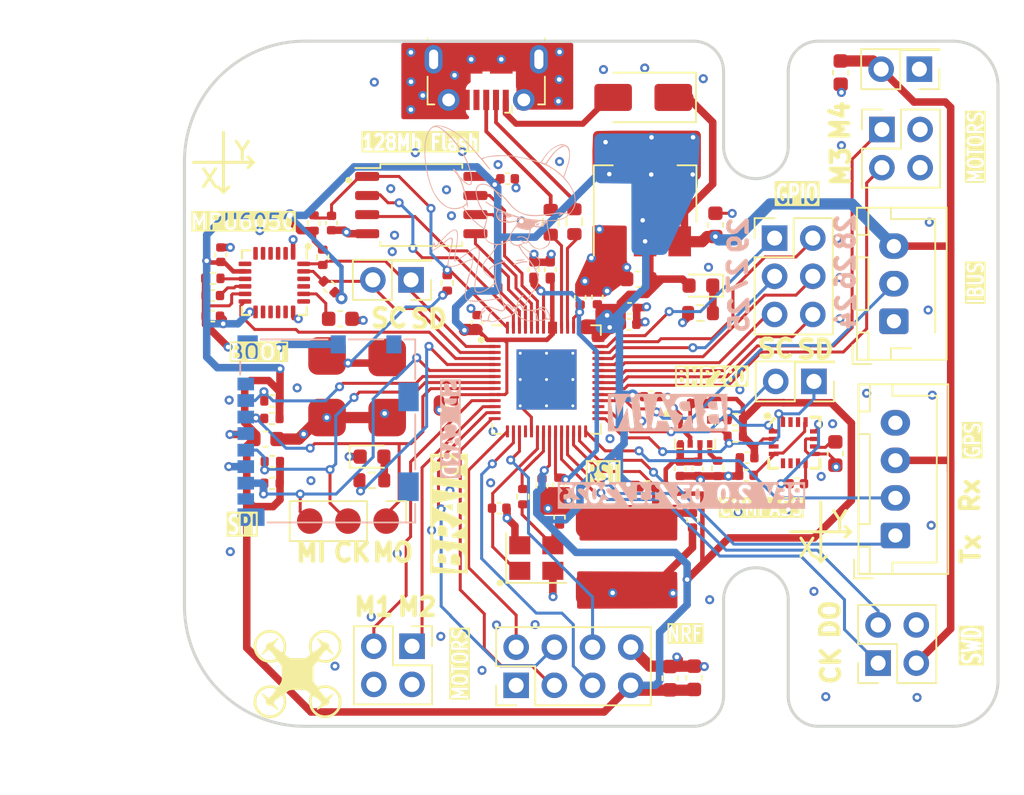
<source format=kicad_pcb>
(kicad_pcb (version 20221018) (generator pcbnew)
  (layers (0 "F.Cu" signal) (1 "In1.Cu" power) (2 "In2.Cu" power) (31 "B.Cu" signal) (34 "B.Paste" user) (35 "F.Paste" user) (36 "B.SilkS" user "B.Silkscreen") (37 "F.SilkS" user "F.Silkscreen") (38 "B.Mask" user) (39 "F.Mask" user) (44 "Edge.Cuts" user))
  (net 0 "")
  (net 1 "VSS")
  (net 2 "NRST")
  (net 3 "+3V3")
  (net 4 "+BATT")
  (net 5 "USB_N")
  (net 6 "USB_P")
  (net 7 "/HSE_IN")
  (net 8 "LED_1")
  (net 9 "MPU_INT")
  (net 10 "QSPI_CS")
  (net 11 "Net-(U4-CPOUT)")
  (net 12 "Net-(U4-REGOUT)")
  (net 13 "Net-(D3-A)")
  (net 15 "QSPI_SD3")
  (net 16 "QSPI_CLK")
  (net 17 "QSPI_SD0")
  (net 18 "QSPI_SD2")
  (net 19 "QSPI_SD1")
  (net 20 "VBUS")
  (net 21 "SCL1")
  (net 22 "SDA0")
  (net 23 "SCL0")
  (net 37 "SDA1")
  (net 38 "Net-(U4-AD0)")
  (net 39 "/GPIO25")
  (net 40 "/USBD_P")
  (net 41 "/USBD_N")
  (net 42 "/HSE_OUT_R")
  (net 43 "VD")
  (net 44 "Net-(D2-K)")
  (net 46 "/NRF_RX")
  (net 47 "/NRF_TX")
  (net 48 "/NRF_CLK")
  (net 49 "/NRF_CS")
  (net 50 "/NRF_CE")
  (net 51 "/SDCARD-MOSI")
  (net 52 "/SDCARD-MISO")
  (net 53 "/SWDIO")
  (net 54 "/SWCLK")
  (net 55 "/PWM_1")
  (net 56 "/PWM_2")
  (net 57 "/PWM_4")
  (net 58 "/PWM_3")
  (net 59 "/UART1-RX")
  (net 60 "/HSE_OUT")
  (net 61 "Net-(U5-CSB)")
  (net 62 "Net-(U5-SDO)")
  (net 63 "/UART0-TX")
  (net 64 "/UART0-RX")
  (net 65 "/ADC_1")
  (net 66 "/ADC_2")
  (net 67 "/ADC_3")
  (net 68 "/ADC_4")
  (net 69 "Net-(U3-S1)")
  (net 70 "Net-(U3-SETP)")
  (net 71 "Net-(U3-SETC)")
  (net 72 "Net-(U3-C1)")
  (net 73 "SDCARD-CLK")
  (net 75 "SDCARD-CS")
  (net 85 "/GPIO24")
  (net 86 "Net-(SW1-A)")
  (footprint "LED_SMD:LED_0603_1608Metric" (layer "F.Cu") (at 113.1315 73.1266 180)
    (fp_text reference "D2")
    (fp_text value "LED")
  )
  (footprint "Capacitor_SMD:C_0402_1005Metric" (layer "F.Cu") (at 102.5652 86.4616 -90)
    (fp_text reference "C16")
    (fp_text value "100nF")
  )
  (footprint "Resistor_SMD:R_0402_1005Metric" (layer "F.Cu") (at 88.4174 73.2028 -45)
    (fp_text reference "R7")
    (fp_text value "10K")
  )
  (footprint "Capacitor_SMD:C_0402_1005Metric" (layer "F.Cu") (at 116.2076 84.582)
    (fp_text reference "C29" hide)
    (fp_text value "100nF")
  )
  (footprint "Resistor_SMD:R_0402_1005Metric" (layer "F.Cu") (at 115.4176 82.04 180)
    (fp_text reference "R16" hide)
    (fp_text value "10K")
  )
  (footprint "Resistor_SMD:R_0402_1005Metric" (layer "F.Cu") (at 114.2492 85.2912 -90)
    (fp_text reference "R19" hide)
    (fp_text value "10K")
  )
  (footprint "Capacitor_SMD:C_0402_1005Metric" (layer "F.Cu") (at 96.2152 80.7974 180)
    (fp_text reference "C14")
    (fp_text value "100nF")
  )
  (footprint "Capacitor_SMD:C_0402_1005Metric" (layer "F.Cu") (at 105.1052 73.914 90)
    (fp_text reference "C21")
    (fp_text value "100nF")
  )
  (footprint "Capacitor_SMD:C_0402_1005Metric" (layer "F.Cu") (at 81.2064 71.0692 -90)
    (fp_text reference "C18")
    (fp_text value "10nF")
  )
  (footprint "Connector_PinHeader_2.54mm:PinHeader_1x03_P2.54mm_Vertical" (layer "F.Cu") (at 92.202 88.7984 -90)
    (fp_text reference "J4")
    (fp_text value "SPI")
  )
  (footprint "Connector_PinHeader_2.54mm:PinHeader_2x03_P2.54mm_Vertical" (layer "F.Cu") (at 118.0338 69.9666)
    (fp_text reference "GPIO1")
    (fp_text value "Conn_02x03_Counter_Clockwise")
  )
  (footprint "Resistor_SMD:R_0603_1608Metric" (layer "F.Cu") (at 113.1062 74.9554 180)
    (fp_text reference "R5")
    (fp_text value "1K")
  )
  (footprint "Capacitor_SMD:C_0402_1005Metric" (layer "F.Cu") (at 108.386 74.6374)
    (fp_text reference "C12")
    (fp_text value "100nF")
  )
  (footprint "Capacitor_SMD:C_0402_1005Metric" (layer "F.Cu") (at 100.2792 66.0146)
    (fp_text reference "C6")
    (fp_text value "100nF")
  )
  (footprint "Capacitor_SMD:C_0402_1005Metric_Pad0.74x0.62mm_HandSolder" (layer "F.Cu") (at 103.1168 72.0598 90)
    (fp_text reference "C17")
    (fp_text value "1u")
  )
  (footprint "Resistor_SMD:R_0402_1005Metric" (layer "F.Cu") (at 112.9792 80.9732)
    (fp_text reference "R17" hide)
    (fp_text value "10K")
  )
  (footprint "Capacitor_SMD:C_0402_1005Metric" (layer "F.Cu") (at 109.8296 80.518)
    (fp_text reference "C15" hide)
    (fp_text value "100nF")
  )
  (footprint "Capacitor_SMD:C_0603_1608Metric" (layer "F.Cu") (at 122.0724 84.3 90)
    (fp_text reference "C33")
    (fp_text value "4.7uF")
  )
  (footprint "MountingHole:MountingHole_4.3mm_M4" (layer "F.Cu") (at 86.34 63.5)
    (fp_text reference "H1" hide)
    (fp_text value "MountingHole")
  )
  (footprint "Connector_PinHeader_2.54mm:PinHeader_2x04_P2.54mm_Vertical" (layer "F.Cu") (at 100.848 99.7254 90)
    (fp_text reference "J2")
    (fp_text value "Conn_02x04_Odd_Even")
  )
  (footprint "Connector_PinHeader_2.54mm:PinHeader_2x01_P2.54mm_Vertical" (layer "F.Cu") (at 120.65 79.502 180)
    (fp_text reference "J6")
    (fp_text value "I2C1")
  )
  (footprint "HMC5883L:LPCC-16" (layer "F.Cu") (at 119.3428 83.5796)
    (fp_text reference "U3")
    (fp_text value "HMC5883L")
  )
  (footprint "Capacitor_SMD:C_0402_1005Metric" (layer "F.Cu") (at 111.76 85.314 90)
    (fp_text reference "C26" hide)
    (fp_text value "100nF")
  )
  (footprint "Package_DFN_QFN:QFN-56-1EP_7x7mm_P0.4mm_EP4x4mm_ThermalVias" (layer "F.Cu") (at 102.8674 79.3772)
    (fp_text reference "U6")
    (fp_text value "RP2040")
  )
  (footprint "Connector_PinHeader_2.54mm:PinHeader_2x02_P2.54mm_Vertical" (layer "F.Cu") (at 125.1712 62.738)
    (fp_text reference "J10")
    (fp_text value "PWM_R")
  )
  (footprint "Capacitor_SMD:C_0402_1005Metric" (layer "F.Cu") (at 103.7336 88.5444 -90)
    (fp_text reference "C2")
    (fp_text value "30pF")
  )
  (footprint "Resistor_SMD:R_0402_1005Metric" (layer "F.Cu") (at 87.4014 68.961 90)
    (fp_text reference "R3" hide)
    (fp_text value "10K")
  )
  (footprint "Capacitor_SMD:C_0402_1005Metric" (layer "F.Cu") (at 112.5728 88.7476 -90)
    (fp_text reference "C3")
    (fp_text value "100nF")
  )
  (footprint "Package_LGA:Bosch_LGA-8_2x2.5mm_P0.65mm_ClockwisePinNumbering" (layer "F.Cu") (at 112.7458 82.8596)
    (fp_text reference "U5")
    (fp_text value "BMP280")
  )
  (footprint "Capacitor_SMD:C_0603_1608Metric" (layer "F.Cu") (at 111.0742 99.2502 -90)
    (fp_text reference "C8")
    (fp_text value "22uF")
  )
  (footprint "Resistor_SMD:R_0603_1608Metric" (layer "F.Cu") (at 103.145 68.9118 90)
    (fp_text reference "R9")
    (fp_text value "27")
  )
  (footprint "Connector_PinHeader_2.54mm:PinHeader_2x01_P2.54mm_Vertical" (layer "F.Cu") (at 127.6604 58.7248 180)
    (fp_text reference "J8")
    (fp_text value "5V")
  )
  (footprint "Capacitor_SMD:C_0402_1005Metric" (layer "F.Cu") (at 119.5096 86.3092 180)
    (fp_text reference "C30")
    (fp_text value "220nf")
  )
  (footprint "Resistor_SMD:R_0402_1005Metric" (layer "F.Cu") (at 84.6054 81.9658 180)
    (fp_text reference "R12")
    (fp_text value "10K")
  )
  (footprint "Diode_SMD:D_SMA" (layer "F.Cu") (at 109.2962 60.6044 180)
    (fp_text reference "D1")
    (fp_text value "D_Schottky")
  )
  (footprint "Resistor_SMD:R_0402_1005Metric" (layer "F.Cu") (at 84.6074 86.2838 180)
    (fp_text reference "R14")
    (fp_text value "10K")
  )
  (footprint "CUSTOM:Button-01" (layer "F.Cu") (at 90.2716 79.9084 180)
    (fp_text reference "SW1")
    (fp_text value "BOOT")
  )
  (footprint "Capacitor_SMD:C_0402_1005Metric" (layer "F.Cu") (at 116.1568 85.7504 180)
    (fp_text reference "C28" hide)
    (fp_text value "100nF")
  )
  (footprint "Connector_JST:JST_XH_B4B-XH-A_1x04_P2.50mm_Vertical" (layer "F.Cu") (at 126.0686 89.7544 90)
    (fp_text reference "UART1")
    (fp_text value "Conn_02x02_Odd_Even")
  )
  (footprint "Capacitor_SMD:C_0603_1608Metric" (layer "F.Cu") (at 108.966 72.6948 180)
    (fp_text reference "C9")
    (fp_text value "22uF")
  )
  (footprint "Capacitor_SMD:C_0402_1005Metric" (layer "F.Cu") (at 99.7204 87.9348 180)
    (fp_text reference "C1" hide)
    (fp_text value "30pF")
  )
  (footprint "Capacitor_SMD:C_0402_1005Metric" (layer "F.Cu") (at 98.2472 75.5676 90)
    (fp_text reference "C13")
    (fp_text value "100nF")
  )
  (footprint "LOGO" (layer "F.Cu") (at 86.3092 98.9584)
    (fp_text reference "G***")
    (fp_text value "LOGO" hide)
  )
  (footprint "Resistor_SMD:R_0402_1005Metric" (layer "F.Cu") (at 115.4176 83.1576 180)
    (fp_text reference "R15" hide)
    (fp_text value "10K")
  )
  (footprint "Connector_PinHeader_2.54mm:PinHeader_2x01_P2.54mm_Vertical" (layer "F.Cu") (at 93.858 72.7456 180)
    (fp_text reference "J7")
    (fp_text value "I2C0")
  )
  (footprint "Capacitor_SMD:C_0402_1005Metric" (layer "F.Cu") (at 80.673 73.787 180)
    (fp_text reference "C22")
    (fp_text value "100nF")
  )
  (footprint "Capacitor_SMD:C_0402_1005Metric" (layer "F.Cu") (at 112.9284 85.3192 90)
    (fp_text reference "C27" hide)
    (fp_text value "1uF")
  )
  (footprint "Resistor_SMD:R_0603_1608Metric" (layer "F.Cu") (at 104.7198 68.8732 90)
    (fp_text reference "R10")
    (fp_text value "27")
  )
  (footprint "Resistor_SMD:R_0402_1005Metric" (layer "F.Cu") (at 96.266 72.9488 90)
    (fp_text reference "R2")
    (fp_text value "1K")
  )
  (footprint "Capacitor_SMD:C_0603_1608Metric" (layer "F.Cu") (at 112.6744 99.2248 90)
    (fp_text reference "C7")
    (fp_text value "4.7uF")
  )
  (footprint "Capacitor_SMD:C_0402_1005Metric" (layer "F.Cu") (at 80.673 75.1586)
    (fp_text reference "C20")
    (fp_text value "100nF")
  )
  (footprint "Connector_USB:USB_Micro-B_Molex-105017-0001" (layer "F.Cu") (at 98.857 59.3072 180)
    (fp_text reference "J1")
    (fp_text value "USB_B_Micro")
  )
  (footprint "Capacitor_SMD:C_0402_1005Metric" (layer "F.Cu") (at 108.3606 75.7042)
    (fp_text reference "C10")
    (fp_text value "100nF")
  )
  (footprint "Capacitor_SMD:C_0402_1005Metric" (layer "F.Cu") (at 106.2482 73.8886 90)
    (fp_text reference "C11")
    (fp_text value "100nF")
  )
  (footprint "Package_TO_SOT_SMD:SOT-223-3_TabPin2" (layer "F.Cu") (at 109.4232 67.0306 90)
    (fp_text reference "U2")
    (fp_text value "AMS1117-3.3")
  )
  (footprint "MountingHole:MountingHole_4.3mm_M4" (layer "F.Cu") (at 86.34 94)
    (fp_text reference "H4" hide)
    (fp_text value "MountingHole")
  )
  (footprint "Resistor_SMD:R_0402_1005Metric" (layer "F.Cu") (at 87.9856 71.245 90)
    (fp_text reference "R6")
    (fp_text value "10K")
  )
  (footprint "LED_SMD:LED_0603_1608Metric" (layer "F.Cu") (at 91.2622 84.5058)
    (fp_text reference "D3" hide)
    (fp_text value "LED")
  )
  (footprint "Capacitor_SMD:C_0603_1608Metric" (layer "F.Cu") (at 89.154 75.3364)
    (fp_text reference "C24")
    (fp_text value "2.2nF")
  )
  (footprint "Sensor_Motion:InvenSense_QFN-24_4x4mm_P0.5mm_NoMask" (layer "F.Cu") (at 84.7656 72.9288 -90)
    (fp_text reference "U4")
    (fp_text value "MPU-6050")
  )
  (footprint "Capacitor_SMD:C_0402_1005Metric_Pad0.74x0.62mm_HandSolder" (layer "F.Cu") (at 102.0246 72.0598 90)
    (fp_text reference "C19")
    (fp_text value "1uF")
  )
  (footprint "CUSTOM:Button-01" (layer "F.Cu") (at 108.458 91.3384 180)
    (fp_text reference "SW2")
    (fp_text value "RST")
  )
  (footprint "Resistor_SMD:R_0402_1005Metric" (layer "F.Cu") (at 109.5756 86.5124)
    (fp_text reference "R1" hide)
    (fp_text value "10K")
  )
  (footprint "Connector_PinHeader_2.54mm:PinHeader_2x02_P2.54mm_Vertical" (layer "F.Cu") (at 124.9172 98.2472 90)
    (fp_text reference "J5")
    (fp_text value "SWD")
  )
  (footprint "Capacitor_SMD:C_0603_1608Metric" (layer "F.Cu") (at 114.0968 69.088 90)
    (fp_text reference "C5")
    (fp_text value "22uF")
  )
  (footprint "Capacitor_SMD:C_0603_1608Metric" (layer "F.Cu") (at 122.428 58.9534 -90)
    (fp_text reference "C31")
    (fp_text value "22uF")
  )
  (footprint "Resistor_SMD:R_0402_1005Metric" (layer "F.Cu") (at 80.673 72.644 180)
    (fp_text reference "R8" hide)
    (fp_text value "2.2K")
  )
  (footprint "Connector_PinHeader_2.54mm:PinHeader_2x02_P2.54mm_Vertical" (layer "F.Cu") (at 93.9242 97.1246 -90)
    (fp_text reference "J9")
    (fp_text value "PWM_L")
  )
  (footprint "Package_SO:SOIC-8_5.23x5.23mm_P1.27mm" (layer "F.Cu") (at 94.5388 67.7672)
    (fp_text reference "U1")
    (fp_text value "W25Q128JVS")
  )
  (footprint "Resistor_SMD:R_0603_1608Metric" (layer "F.Cu") (at 91.25 86.0806)
    (fp_text reference "R18")
    (fp_text value "1k")
  )
  (footprint "Capacitor_SMD:C_0603_1608Metric" (layer "F.Cu") (at 84.1756 83.3374)
    (fp_text reference "C25")
    (fp_text value "10u")
  )
  (footprint "Resistor_SMD:R_0402_1005Metric" (layer "F.Cu") (at 84.6074 80.7974 180)
    (fp_text reference "R11")
    (fp_text value "10K")
  )
  (footprint "Connector_JST:JST_XH_B3B-XH-AM_1x03_P2.50mm_Vertical" (layer "F.Cu") (at 125.967 75.4996 90)
    (fp_text reference "J11")
    (fp_text value "Conn_01x03")
  )
  (footprint "Resistor_SMD:R_0402_1005Metric" (layer "F.Cu") (at 84.6328 84.836 180)
    (fp_text reference "R13")
    (fp_text value "10K")
  )
  (footprint "Capacitor_SMD:C_0402_1005Metric" (layer "F.Cu") (at 88.5698 68.961 -90)
    (fp_text reference "C4")
    (fp_text value "100nF")
  )
  (footprint "Resistor_SMD:R_0402_1005Metric" (layer "F.Cu") (at 101.2952 87.1728 -90)
    (fp_text reference "R4" hide)
    (fp_text value "1K")
  )
  (footprint "Crystal:Crystal_SMD_3225-4Pin_3.2x2.5mm" (layer "F.Cu") (at 102.187 91.2572)
    (fp_text reference "Y1")
    (fp_text value "Crystal_GND24")
  )
  (footprint "Capacitor_SMD:C_0402_1005Metric" (layer "F.Cu") (at 103.6828 86.388 -90)
    (fp_text reference "C23")
    (fp_text value "100nF")
  )
  (footprint "Connector_Card:microSD_HC_Molex_104031-0811" (layer "B.Cu") (at 88.3158 82.7786 -90)
    (fp_text reference "J12")
    (fp_text value "Micro_SD_Card")
  )
  (footprint "LOGO" (layer "B.Cu") (at 99.7712 68.9864 180)
    (fp_text reference "G***")
    (fp_text value "LOGO" hide)
  )
  (gr_line (start 121.1072 91.5096) (end 121.4628 91.1352) (stroke (width 0.2)) (layer "F.SilkS"))
  (gr_circle (center 87.0204 70.5104) (end 87.0204 70.5354) (stroke (width 0.2)) (fill none) (layer "F.SilkS"))
  (gr_circle (center 89.7132 66.1162) (end 89.7132 66.1412) (stroke (width 0.2)) (fill none) (layer "F.SilkS"))
  (gr_line (start 121.1072 91.5096) (end 121.1072 87.5096) (stroke (width 0.2)) (layer "F.SilkS"))
  (gr_line (start 81.3816 66.9224) (end 81.026 66.548) (stroke (width 0.2)) (layer "F.SilkS"))
  (gr_circle (center 110.8968 81.6356) (end 110.8968 81.6606) (stroke (width 0.2)) (fill none) (layer "F.SilkS"))
  (gr_circle (center 98.527 76.7334) (end 98.527 76.7584) (stroke (width 0.2)) (fill none) (layer "F.SilkS"))
  (gr_line (start 123.1072 89.5096) (end 122.7328 89.8652) (stroke (width 0.2)) (layer "F.SilkS"))
  (gr_circle (center 99.7712 92.9132) (end 99.7712 92.9382) (stroke (width 0.2)) (fill none) (layer "F.SilkS"))
  (gr_line (start 79.3816 64.9224) (end 83.3816 64.9224) (stroke (width 0.2)) (layer "F.SilkS"))
  (gr_line (start 121.1072 91.5096) (end 120.7516 91.1352) (stroke (width 0.2)) (layer "F.SilkS"))
  (gr_line (start 83.3816 64.9224) (end 83.0072 64.5668) (stroke (width 0.2)) (layer "F.SilkS"))
  (gr_line (start 119.1072 89.5096) (end 123.1072 89.5096) (stroke (width 0.2)) (layer "F.SilkS"))
  (gr_line (start 123.1072 89.5096) (end 122.7328 89.154) (stroke (width 0.2)) (layer "F.SilkS"))
  (gr_line (start 83.3816 64.9224) (end 83.0072 65.278) (stroke (width 0.2)) (layer "F.SilkS"))
  (gr_line (start 81.3816 66.9224) (end 81.7372 66.548) (stroke (width 0.2)) (layer "F.SilkS"))
  (gr_line (start 81.3816 66.9224) (end 81.3816 62.9224) (stroke (width 0.2)) (layer "F.SilkS"))
  (gr_line (start 114.640011 94.049958) (end 114.640011 100.449958) (stroke (width 0.2)) (layer "Edge.Cuts"))
  (gr_arc (start 129.890011 56.860242) (mid 132.011309 57.738928) (end 132.890011 59.860242) (stroke (width 0.2)) (layer "Edge.Cuts"))
  (gr_arc (start 86.7908 102.449958) (mid 81.133946 100.106812) (end 78.7908 94.449958) (stroke (width 0.2)) (layer "Edge.Cuts"))
  (gr_arc (start 114.640011 100.449958) (mid 114.05424 101.864203) (end 112.640011 102.449958) (stroke (width 0.2)) (layer "Edge.Cuts"))
  (gr_line (start 78.7908 94.449958) (end 78.7908 64.860242) (stroke (width 0.2)) (layer "Edge.Cuts"))
  (gr_line (start 129.890011 102.449958) (end 120.940011 102.449958) (stroke (width 0.2)) (layer "Edge.Cuts"))
  (gr_line (start 112.640011 102.449958) (end 86.7908 102.449958) (stroke (width 0.2)) (layer "Edge.Cuts"))
  (gr_arc (start 120.940011 102.449958) (mid 119.525805 101.864173) (end 118.940011 100.449958) (stroke (width 0.2)) (layer "Edge.Cuts"))
  (gr_arc (start 132.890011 99.449958) (mid 132.011347 101.571309) (end 129.890011 102.449958) (stroke (width 0.2)) (layer "Edge.Cuts"))
  (gr_line (start 120.940011 56.860242) (end 129.890011 56.860242) (stroke (width 0.2)) (layer "Edge.Cuts"))
  (gr_line (start 114.640011 58.860242) (end 114.640011 63.860242) (stroke (width 0.2)) (layer "Edge.Cuts"))
  (gr_arc (start 118.940011 63.860242) (mid 116.790011 66.010242) (end 114.640011 63.860242) (stroke (width 0.2)) (layer "Edge.Cuts"))
  (gr_arc (start 78.7908 64.860242) (mid 81.133931 59.203361) (end 86.7908 56.860242) (stroke (width 0.2)) (layer "Edge.Cuts"))
  (gr_line (start 132.890011 59.860242) (end 132.890011 99.449958) (stroke (width 0.2)) (layer "Edge.Cuts"))
  (gr_arc (start 112.640011 56.860242) (mid 114.054203 57.446035) (end 114.640011 58.860242) (stroke (width 0.2)) (layer "Edge.Cuts"))
  (gr_line (start 118.940011 100.449958) (end 118.940011 94.049958) (stroke (width 0.2)) (layer "Edge.Cuts"))
  (gr_line (start 118.940011 63.860242) (end 118.940011 58.860242) (stroke (width 0.2)) (layer "Edge.Cuts"))
  (gr_line (start 86.7908 56.860242) (end 112.640011 56.860242) (stroke (width 0.2)) (layer "Edge.Cuts"))
  (gr_arc (start 114.640011 94.049958) (mid 116.790011 91.899958) (end 118.940011 94.049958) (stroke (width 0.2)) (layer "Edge.Cuts"))
  (gr_arc (start 118.940011 58.860242) (mid 119.525783 57.446005) (end 120.940011 56.860242) (stroke (width 0.2)) (layer "Edge.Cuts"))
  (gr_text "28" (at 123.444 70.9168 90) (layer "B.SilkS") (effects (font (size 1.2 1.2) (thickness 0.3) bold) (justify right bottom mirror)))
  (gr_text "25" (at 116.3828 76.4032 90) (layer "B.SilkS") (effects (font (size 1.2 1.2) (thickness 0.3) bold) (justify right bottom mirror)))
  (gr_text "SD CARD" (at 96.52 82.6516 90) (layer "B.SilkS" knockout) (effects (font (size 1 1)) (justify mirror)))
  (gr_text "REV 2.0 03/11/2023" (at 120.2182 87.63) (layer "B.SilkS" knockout) (effects (font (size 1 1) (thickness 0.25) bold) (justify left bottom mirror)))
  (gr_text "29" (at 116.332 71.12 90) (layer "B.SilkS") (effects (font (size 1.2 1.2) (thickness 0.3) bold) (justify right bottom mirror)))
  (gr_text "26" (at 123.444 73.5584 90) (layer "B.SilkS") (effects (font (size 1.2 1.2) (thickness 0.3) bold) (justify right bottom mirror)))
  (gr_text "27" (at 116.2812 73.8124 90) (layer "B.SilkS") (effects (font (size 1.2 1.2) (thickness 0.3) bold) (justify right bottom mirror)))
  (gr_text "24" (at 123.4948 76.2 90) (layer "B.SilkS") (effects (font (size 1.2 1.2) (thickness 0.3) bold) (justify right bottom mirror)))
  (gr_text "BRAIN" (at 111.0234 81.661) (layer "B.SilkS" knockout) (effects (font (size 1.8 1.8) (thickness 0.3) italic) (justify mirror)))
  (gr_text "SD" (at 93.6752 76.0476) (layer "F.SilkS") (effects (font (size 1.2 1.2) (thickness 0.3) bold) (justify left bottom)))
  (gr_text "MI" (at 86.0552 91.5924) (layer "F.SilkS") (effects (font (size 1.2 1.2) (thickness 0.3) bold) (justify left bottom)))
  (gr_text "MOTORS" (at 97.1296 98.298 90) (layer "F.SilkS" knockout) (effects (font (size 1 0.8))))
  (gr_text "M1" (at 89.916 95.1992) (layer "F.SilkS") (effects (font (size 1.2 1.2) (thickness 0.3) bold) (justify left bottom)))
  (gr_text "Y" (at 121.7168 89.4588) (layer "F.SilkS") (effects (font (size 1.2 1.2) (thickness 0.2) bold) (justify left bottom)))
  (gr_text "X" (at 79.756 66.7004) (layer "F.SilkS") (effects (font (size 1.2 1.2) (thickness 0.2) bold) (justify left bottom)))
  (gr_text "IBUS" (at 131.4196 72.9488 90) (layer "F.SilkS" knockout) (effects (font (size 1 0.8))))
  (gr_text "NRF" (at 112.0648 96.3168) (layer "F.SilkS" knockout) (effects (font (size 1 0.8))))
  (gr_text "M2" (at 92.8116 95.1992) (layer "F.SilkS") (effects (font (size 1.2 1.2) (thickness 0.3) bold) (justify left bottom)))
  (gr_text "Tx" (at 131.7752 91.7956 90) (layer "F.SilkS") (effects (font (size 1.2 1.2) (thickness 0.3) bold) (justify left bottom)))
  (gr_text "128Mb Flash" (at 94.488 63.6016) (layer "F.SilkS" knockout) (effects (font (size 1 0.8) (thickness 0.2))))
  (gr_text "SC" (at 91.0336 75.9968) (layer "F.SilkS") (effects (font (size 1.2 1.2) (thickness 0.3) bold) (justify left bottom)))
  (gr_text "GPIO" (at 119.5324 67.056) (layer "F.SilkS" knockout) (effects (font (size 1.2 0.8) (thickness 0.2))))
  (gr_text "M4" (at 123.0884 63.6016 90) (layer "F.SilkS") (effects (font (size 1.2 1.2) (thickness 0.3) bold) (justify left bottom)))
  (gr_text "SPI" (at 82.6516 89.0524) (layer "F.SilkS" knockout) (effects (font (size 1.2 0.8) (thickness 0.2))))
  (gr_text "MPU6050" (at 82.7024 68.8848) (layer "F.SilkS" knockout) (effects (font (size 1 1))))
  (gr_text "BRAIN" (at 96.4692 88.392 90) (layer "F.SilkS" knockout) (effects (font (size 1.8 1.8) (thickness 0.3) italic)))
  (gr_text "SWD" (at 131.1656 97.0788 90) (layer "F.SilkS" knockout) (effects (font (size 1.2 0.8) (thickness 0.2))))
  (gr_text "Rx" (at 131.7244 88.392 90) (layer "F.SilkS") (effects (font (size 1.2 1.2) (thickness 0.3) bold) (justify left bottom)))
  (gr_text "DO" (at 122.428 96.774 90) (layer "F.SilkS") (effects (font (size 1.2 1.2) (thickness 0.3) bold) (justify left bottom)))
  (gr_text "SD" (at 119.38 78.0796) (layer "F.SilkS") (effects (font (size 1.2 1.2) (thickness 0.3) bold) (justify left bottom)))
  (gr_text "X" (at 119.4816 91.2876) (layer "F.SilkS") (effects (font (size 1.2 1.2) (thickness 0.2) bold) (justify left bottom)))
  (gr_text "Y" (at 81.9912 64.8716) (layer "F.SilkS") (effects (font (size 1.2 1.2) (thickness 0.2) bold) (justify left bottom)))
  (gr_text "CK" (at 122.4788 99.822 90) (layer "F.SilkS") (effects (font (size 1.2 1.2) (thickness 0.3) bold) (justify left bottom)))
  (gr_text "CK" (at 88.5444 91.5924) (layer "F.SilkS") (effects (font (size 1.2 1.2) (thickness 0.3) bold) (justify left bottom)))
  (gr_text "SC" (at 116.7384 78.0288) (layer "F.SilkS") (effects (font (size 1.2 1.2) (thickness 0.3) bold) (justify left bottom)))
  (gr_text "M3" (at 123.1392 66.6496 90) (layer "F.SilkS") (effects (font (size 1.2 1.2) (thickness 0.3) bold) (justify left bottom)))
  (gr_text "MO" (at 91.1352 91.5924) (layer "F.SilkS") (effects (font (size 1.2 1.2) (thickness 0.3) bold) (justify left bottom)))
  (gr_text "MOTORS" (at 131.4196 63.9064 90) (layer "F.SilkS" knockout) (effects (font (size 1 0.8))))
  (gr_text "RST" (at 106.5784 85.598) (layer "F.SilkS" knockout) (effects (font (size 1.2 0.8))))
  (gr_text "BMP280" (at 113.8428 79.1972) (layer "F.SilkS" knockout) (effects (font (size 1 0.8) (thickness 0.2))))
  (gr_text "COMPASS" (at 117.1448 87.9348) (layer "F.SilkS" knockout) (effects (font (size 1 0.8))))
  (gr_text "GPS" (at 131.2164 83.4136 90) (layer "F.SilkS" knockout) (effects (font (size 1 0.8))))
  (gr_text "BOOT" (at 83.6676 77.5716) (layer "F.SilkS" knockout) (effects (font (size 1 1))))
  (segment (start 112.5728 89.2276) (end 112.5728 90.5632) (width 0.5) (layer "F.Cu") (net 1))
  (segment (start 109.4732 74.5896) (end 108.8632 74.5896) (width 0.5) (layer "F.Cu") (net 1))
  (segment (start 95.7352 81.3842) (end 95.7352 80.7974) (width 0.75) (layer "F.Cu") (net 1))
  (segment (start 80.193 75.1078) (end 80.193 74.4728) (width 0.5) (layer "F.Cu") (net 1))
  (segment (start 108.8632 74.5896) (end 108.8632 75.5896) (width 0.5) (layer "F.Cu") (net 1))
  (segment (start 81.8388 70.5866) (end 81.4096 70.5866) (width 0.5) (layer "F.Cu") (net 1))
  (segment (start 103.3018 93.8276) (end 103.287 93.8128) (width 0.5) (layer "F.Cu") (net 1))
  (segment (start 80.193 73.787) (end 80.193 72.674) (width 0.5) (layer "F.Cu") (net 1))
  (segment (start 114.2492 85.8012) (end 115.626 85.8012) (width 0.5) (layer "F.Cu") (net 1))
  (segment (start 92.1004 81.7372) (end 92.2716 81.9084) (width 0.5) (layer "F.Cu") (net 1))
  (segment (start 111.76 85.794) (end 112.9232 85.794) (width 0.5) (layer "F.Cu") (net 1))
  (segment (start 81.9276 73.749) (end 81.9276 74.3078) (width 0.2) (layer "F.Cu") (net 1))
  (segment (start 120.7128 83.3296) (end 120.1478 83.3296) (width 0.2) (layer "F.Cu") (net 1))
  (segment (start 112.9284 85.7992) (end 114.2472 85.7992) (width 0.5) (layer "F.Cu") (net 1))
  (segment (start 81.9276 74.3078) (end 81.7626 74.4728) (width 0.2) (layer "F.Cu") (net 1))
  (segment (start 111.7678 81.745) (end 111.7678 82.5766) (width 0.3) (layer "F.Cu") (net 1))
  (segment (start 111.3028 81.28) (end 111.7678 81.745) (width 0.3) (layer "F.Cu") (net 1))
  (segment (start 110.929 80.5612) (end 110.393 80.5612) (width 0.5) (layer "F.Cu") (net 1))
  (segment (start 100.242 87.9764) (end 100.2004 87.9348) (width 0.5) (layer "F.Cu") (net 1))
  (segment (start 120.0878 83.3896) (end 120.0878 84.118) (width 0.2) (layer "F.Cu") (net 1))
  (segment (start 111.6838 98.4498) (end 111.6838 97.9932) (width 0.5) (layer "F.Cu") (net 1))
  (segment (start 115.6768 84.6328) (end 115.7276 84.582) (width 0.5) (layer "F.Cu") (net 1))
  (segment (start 101.862 81.8822) (end 101.112 81.1322) (width 0.2) (layer "F.Cu") (net 1))
  (segment (start 86.0156 75.325645) (end 86.0156 74.8788) (width 0.2) (layer "F.Cu") (net 1))
  (segment (start 90.4747 84.5058) (end 89.7382 84.5058) (width 0.5) (layer "F.Cu") (net 1))
  (segment (start 100.838 66.6242) (end 100.838 66.0934) (width 0.3) (layer "F.Cu") (net 1))
  (segment (start 120.0878 84.118) (end 120.2994 84.3296) (width 0.2) (layer "F.Cu") (net 1))
  (segment (start 82.8156 73.6788) (end 81.9978 73.6788) (width 0.2) (layer "F.Cu") (net 1))
  (segment (start 112.2812 74.9554) (end 112.2812 75.2216) (width 0.5) (layer "F.Cu") (net 1))
  (segment (start 104.612 81.1322) (end 102.862 81.1322) (width 0.2) (layer "F.Cu") (net 1))
  (segment (start 95.482 58.1072) (end 95.482 58.5122) (width 0.5) (layer "F.Cu") (net 1))
  (segment (start 112.2812 75.2216) (end 111.9124 75.5904) (width 0.5) (layer "F.Cu") (net 1))
  (segment (start 114.2472 85.7992) (end 114.2492 85.8012) (width 0.5) (layer "F.Cu") (net 1))
  (segment (start 86.0156 70.0644) (end 86.0156 71.1794) (width 0.3) (layer "F.Cu") (net 1))
  (segment (start 100.242 88.5952) (end 100.242 87.9764) (width 0.5) (layer "F.Cu") (net 1))
  (segment (start 86.3854 83.3374) (end 86.7156 83.0072) (width 0.75) (layer "F.Cu") (net 1))
  (segment (start 80.193 74.4728) (end 80.193 73.787) (width 0.5) (layer "F.Cu") (net 1))
  (segment (start 101.862 82.8322) (end 101.862 81.8822) (width 0.2) (layer "F.Cu") (net 1))
  (segment (start 87.8144 81.9084) (end 86.7156 83.0072) (width 0.75) (layer "F.Cu") (net 1))
  (segment (start 113.3342 98.4498) (end 113.3602 98.4758) (width 0.5) (layer "F.Cu") (net 1))
  (segment (start 120.1478 83.3296) (end 120.0878 83.3896) (width 0.2) (layer "F.Cu") (net 1))
  (segment (start 115.2014 68.313) (end 115.2144 68.326) (width 0.2) (layer "F.Cu") (net 1))
  (segment (start 95.758 81.407) (end 95.7352 81.3842) (width 0.75) (layer "F.Cu") (net 1))
  (segment (start 90.678 75.438) (end 90.0306 75.438) (width 0.5) (layer "F.Cu") (net 1))
  (segment (start 111.6838 98.4498) (end 109.7324 98.4498) (width 0.75) (layer "F.Cu") (net 1))
  (segment (start 112.9232 85.794) (end 112.9284 85.7992) (width 0.5) (layer "F.Cu") (net 1))
  (segment (start 109.7324 98.4498) (end 108.468 97.1854) (width 0.75) (layer "F.Cu") (net 1))
  (segment (start 88.2716 81.9084) (end 87.8144 81.9084) (width 0.75) (layer "F.Cu") (net 1))
  (segment (start 112.6744 98.4498) (end 111.6838 98.4498) (width 0.75) (layer "F.Cu") (net 1))
  (segment (start 92.1004 81.6356) (end 92.1004 81.7372) (width 0.5) (layer "F.Cu") (net 1))
  (segment (start 89.5604 69.5706) (end 89.662 69.6722) (width 0.5) (layer "F.Cu") (net 1))
  (segment (start 121.622 84.3296) (end 122.0724 84.78) (width 0.2) (layer "F.Cu") (net 1))
  (segment (start 100.838 66.0934) (end 100.7592 66.0146) (width 0.3) (layer "F.Cu") (net 1))
  (segment (start 80.193 72.674) (end 80.163 72.644) (width 0.5) (layer "F.Cu") (net 1))
  (segment (start 89.662 69.6722) (end 90.9388 69.6722) (width 0.5) (layer "F.Cu") (net 1))
  (segment (start 109.5232 74.5396) (end 109.4732 74.5896) (width 0.3) (layer "F.Cu") (net 1))
  (segment (start 103.1494 71.5722) (end 102.0064 71.5722) (width 0.5) (layer "F.Cu") (net 1))
  (segment (start 115.626 85.8012) (end 115.6768 85.7504) (width 0.5) (layer "F.Cu") (net 1))
  (segment (start 109.3732 75.5896) (end 108.8032 75.5896) (width 0.5) (layer "F.Cu") (net 1))
  (segment (start 81.7626 74.4728) (end 80.193 74.4728) (width 0.2) (layer "F.Cu") (net 1))
  (segment (start 112.6744 98.4498) (end 113.3342 98.4498) (width 0.5) (layer "F.Cu") (net 1))
  (segment (start 102.367 58.2422) (end 102.232 58.1072) (width 0.5) (layer "F.Cu") (net 1))
  (segment (start 92.2716 81.9084) (end 88.2716 81.9084) (width 0.75) (layer "F.Cu") (net 1))
  (segment (start 120.7128 84.3296) (end 121.622 84.3296) (width 0.2) (layer "F.Cu") (net 1))
  (segment (start 100.767 90.0872) (end 101.087 90.4072) (width 0.5) (layer "F.Cu") (net 1))
  (segment (start 81.9978 73.6788) (end 81.9276 73.749) (width 0.2) (layer "F.Cu") (net 1))
  (segment (start 111.6838 97.9932) (end 111.5314 97.8408) (width 0.5) (layer "F.Cu") (net 1))
  (segment (start 90.0306 75.438) (end 89.929 75.3364) (width 0.5) (layer "F.Cu") (net 1))
  (segment (start 109.4232 75.5396) (end 109.3732 75.5896) (width 0.5) (layer "F.Cu") (net 1))
  (segment (start 112.5728 90.5632) (end 110.5088 92.6272) (width 0.5) (layer "F.Cu") (net 1))
  (segment (start 103.1494 71.5722) (end 103.1494 71.0362) (width 0.5) (layer "F.Cu") (net 1))
  (segment (start 89.4308 69.441) (end 88.5698 69.441) (width 0.5) (layer "F.Cu") (net 1))
  (segment (start 102.0064 71.5722) (end 102.0064 71.0362) (width 0.5) (layer "F.Cu") (net 1))
  (segment (start 81.2064 70.5892) (end 81.209 70.5866) (width 0.5) (layer "F.Cu") (net 1))
  (segment (start 84.9506 83.3374) (end 86.3854 83.3374) (width 0.75) (layer "F.Cu") (net 1))
  (segment (start 120.2994 84.3296) (end 120.7128 84.3296) (width 0.2) (layer "F.Cu") (net 1))
  (segment (start 112.4178 83.2266) (end 112.4178 83.6516) (width 0.3) (layer "F.Cu") (net 1))
  (segment (start 100.242 88.5952) (end 100.767 89.1202) (width 0.5) (layer "F.Cu") (net 1))
  (segment (start 111.7678 82.5766) (end 112.4178 83.2266) (width 0.3) (layer "F.Cu") (net 1))
  (segment (start 114.0968 68.313) (end 115.2014 68.313) (width 0.2) (layer "F.Cu") (net 1))
  (segment (start 80.193 75.7226) (end 80.193 75.1078) (width 0.5) (layer "F.Cu") (net 1))
  (segment (start 100.767 89.1202) (end 100.767 90.0872) (width 0.5) (layer "F.Cu") (net 1))
  (segment (start 115.6768 85.7504) (end 115.6768 84.6328) (width 0.5) (layer "F.Cu") (net 1))
  (segment (start 86.36 75.3364) (end 86.026355 75.3364) (width 0.2) (layer "F.Cu") (net 1))
  (segment (start 86.026355 75.3364) (end 86.0156 75.325645) (width 0.2) (layer "F.Cu") (net 1))
  (segment (start 103.287 93.8128) (end 103.287 92.1072) (width 0.5) (layer "F.Cu") (net 1))
  (segment (start 81.6864 77.216) (end 80.193 75.7226) (width 0.5) (layer "F.Cu") (net 1))
  (segment (start 89.5604 69.5706) (end 89.4308 69.441) (width 0.5) (layer "F.Cu") (net 1))
  (via (at 81.8388 70.5866) (size 0.6) (drill 0.3) (layers "F.Cu" "B.Cu") (net 1))
  (via (at 121.4374 100.4824) (size 0.6) (drill 0.3) (layers "F.Cu" "B.Cu") (net 1))
  (via (at 124.1552 80.2894) (size 0.6) (drill 0.3) (layers "F.Cu" "B.Cu") (net 1))
  (via (at 94.6404 60.4774) (size 0.6) (drill 0.3) (layers "F.Cu" "B.Cu") (net 1))
  (via (at 92.5068 66.675) (size 0.6) (drill 0.3) (layers "F.Cu" "B.Cu") (net 1))
  (via (at 81.7626 80.7466) (size 0.6) (drill 0.3) (layers "F.Cu" "B.Cu") (net 1))
  (via (at 96.5454 68.4784) (size 0.6) (drill 0.3) (layers "F.Cu" "B.Cu") (net 1))
  (via (at 121.1326 85.8266) (size 0.6) (drill 0.3) (layers "F.Cu" "B.Cu") (net 1))
  (via (at 99.6442 65.0748) (size 0.6) (drill 0.3) (layers "F.Cu" "B.Cu") (net 1))
  (via (at 88.2557 81.9084) (size 0.6) (drill 0.3) (layers "F.Cu" "B.Cu") (net 1))
  (via (at 86.7156 83.0072) (size 0.6) (drill 0.3) (layers "F.Cu" "B.Cu") (net 1))
  (via (at 86.2838 79.9338) (size 0.6) (drill 0.3) (layers "F.Cu" "B.Cu") (net 1))
  (via (at 115.7224 80.0608) (size 0.6) (drill 0.3) (layers "F.Cu" "B.Cu") (net 1))
  (via (at 97.267 64.2072) (size 0.6) (drill 0.3) (layers "F.Cu" "B.Cu") (net 1))
  (via (at 122.4788 63.8048) (size 0.6) (drill 0.3) (layers "F.Cu" "B.Cu") (net 1))
  (via (at 122.3772 75.3364) (size 0.6) (drill 0.3) (layers "F.Cu" "B.Cu") (net 1))
  (via (at 99.5426 95.7072) (size 0.6) (drill 0.3) (layers "F.Cu" "B.Cu") (net 1))
  (via (at 86.0156 70.0644) (size 0.6) (drill 0.3) (layers "F.Cu" "B.Cu") (net 1))
  (via (at 89.7382 84.5058) (size 0.6) (drill 0.3) (layers "F.Cu" "B.Cu") (net 1))
  (via (at 95.2246 89.408) (size 0.6) (drill 0.3) (layers "F.Cu" "B.Cu") (net 1))
  (via (at 101.1936 68.834) (size 0.6) (drill 0.3) (layers "F.Cu" "B.Cu") (net 1))
  (via (at 103.3018 93.8276) (size 0.6) (drill 0.3) (layers "F.Cu" "B.Cu") (net 1))
  (via (at 92.1004 81.6356) (size 0.6) (drill 0.3) (layers "F.Cu" "B.Cu") (net 1))
  (via (at 103.6574 60.8584) (size 0.6) (drill 0.3) (layers "F.Cu" "B.Cu") (net 1))
  (via (at 128.3208 68.9102) (size 0.6) (drill 0.3) (layers "F.Cu" "B.Cu") (net 1))
  (via (at 109.3978 58.6486) (size 0.6) (drill 0.3) (layers "F.Cu" "B.Cu") (net 1))
  (via (at 111.2774 93.599) (size 0.6) (drill 0.3) (layers "F.Cu" "B.Cu") (net 1))
  (via (at 100.242 88.5952) (size 0.6) (drill 0.3) (layers "F.Cu" "B.Cu") (net 1))
  (via (at 111.5314 97.8408) (size 0.6) (drill 0.3) (layers "F.Cu" "B.Cu") (net 1))
  (via (at 83.7946 69.469) (size 0.6) (drill 0.3) (layers "F.Cu" "B.Cu") (net 1))
  (via (at 122.2248 70.0024) (size 0.6) (drill 0.3) (layers "F.Cu" "B.Cu") (net 1))
  (via (at 122.4788 60.2742) (size 0.6) (drill 0.3) (layers "F.Cu" "B.Cu") (net 1))
  (via (at 127.508 100.5332) (size 0.6) (drill 0.3) (layers "F.Cu" "B.Cu") (net 1))
  (via (at 113.3602 98.4758) (size 0.6) (drill 0.3) (layers "F.Cu" "B.Cu") (net 1))
  (via (at 85.09 77.2668) (size 0.6) (drill 0.3) (layers "F.Cu" "B.Cu") (net 1))
  (via (at 104.342 87.4322) (size 0.6) (drill 0.3) (layers "F.Cu" "B.Cu") (net 1))
  (via (at 81.6864 77.216) (size 0.6) (drill 0.3) (layers "F.Cu" "B.Cu") (net 1))
  (via (at 107.2642 93.5736) (size 0.6) (drill 0.3) (layers "F.Cu" "B.Cu") (net 1))
  (via (at 107.0864 83.312) (size 0.6) (drill 0.3) (layers "F.Cu" "B.Cu") (net 1))
  (via (at 96.2152 66.7507) (size 0.6) (drill 0.3) (layers "F.Cu" "B.Cu") (net 1))
  (via (at 102.039 71.0362) (size 0.6) (drill 0.3) (layers "F.Cu" "B.Cu") (net 1))
  (via (at 113.7158 94.0308) (size 0.6) (drill 0.3) (layers "F.Cu" "B.Cu") (net 1))
  (via (at 95.8342 96.4692) (size 0.6) (drill 0.3) (layers "F.Cu" "B.Cu") (net 1))
  (via (at 96.7486 59.1312) (size 0.6) (drill 0.3) (layers "F.Cu" "B.Cu") (net 1))
  (via (at 128.524 80.4164) (size 0.6) (drill 0.3) (layers "F.Cu" "B.Cu") (net 1))
  (via (at 106.6546 58.7502) (size 0.6) (drill 0.3) (layers "F.Cu" "B.Cu") (net 1))
  (via (at 114.9604 85.8012) (size 0.6) (drill 0.3) (layers "F.Cu" "B.Cu") (net 1))
  (via (at 128.4478 89.0778) (size 0.6) (drill 0.3) (layers "F.Cu" "B.Cu") (net 1))
  (via (at 99.150113 86.250437) (size 0.6) (drill 0.3) (layers "F.Cu" "B.Cu") (net 1))
  (via (at 93.847 57.6072) (size 0.6) (drill 0.3) (layers "F.Cu" "B.Cu") (net 1))
  (via (at 94.142 64.2822) (size 0.6) (drill 0.3) (layers "F.Cu" "B.Cu") (net 1))
  (via (at 110.929 80.5612) (size 0.6) (drill 0.3) (layers "F.Cu" "B.Cu") (net 1))
  (via (at 111.9124 75.5904) (size 0.6) (drill 0.3) (layers "F.Cu" "B.Cu") (net 1))
  (via (at 109.1946 82.1436) (size 0.6) (drill 0.3) (layers "F.Cu" "B.Cu") (net 1))
  (via (at 113.292 59.3572) (size 0.6) (drill 0.3) (layers "F.Cu" "B.Cu") (net 1))
  (via (at 121.8946 82.3214) (size 0.6) (drill 0.3) (layers "F.Cu" "B.Cu") (net 1))
  (via (at 97.8408 74.6506) (size 0.6) (drill 0.3) (layers "F.Cu" "B.Cu") (net 1))
  (via (at 103.7336 64.8716) (size 0.6) (drill 0.3) (layers "F.Cu" "B.Cu") (net 1))
  (via (at 122.3772 72.5932) (size 0.6) (drill 0.3) (layers "F.Cu" "B.Cu") (net 1))
  (via (at 91.2114 95.1738) (size 0.6) (drill 0.3) (layers "F.Cu" "B.Cu") (net 1))
  (via (at 91.4146 59.5884) (size 0.6) (drill 0.3) (layers "F.Cu" "B.Cu") (net 1))
  (via (at 103.182 71.0362) (size 0.6) (drill 0.3) (layers "F.Cu" "B.Cu") (net 1))
  (via (at 102.967 87.9572) (size 0.6) (drill 0.3) (layers "F.Cu" "B.Cu") (net 1))
  (via (at 89.5604 69.5706) (size 0.6) (drill 0.3) (layers "F.Cu" "B.Cu") (net 1))
  (via (at 105.849 71.2902) (size 0.6) (drill 0.3) (layers "F.Cu" "B.Cu") (net 1))
  (via (at 92.9386 90.9574) (size 0.6) (drill 0.3) (layers "F.Cu" "B.Cu") (net 1))
  (via (at 102.108 95.6818) (size 0.6) (drill 0.3) (layers "F.Cu" "B.Cu") (net 1))
  (via (at 113.1062 86.0552) (size 0.6) (drill 0.3) (layers "F.Cu" "B.Cu") (net 1))
  (via (at 90.678 75.438) (size 0.6) (drill 0.3) (layers "F.Cu" "B.Cu") (net 1))
  (via (at 99.857 58.0697) (size 0.6) (drill 0.3) (layers "F.Cu" "B.Cu") (net 1))
  (via (at 92.7608 69.7738) (size 0.6) (drill 0.3) (layers "F.Cu" "B.Cu") (net 1))
  (via (at 106.892 73.4822) (size 0.6) (drill 0.3) (layers "F.Cu" "B.Cu") (net 1))
  (via (at 118.9482 88.0364) (size 0.6) (drill 0.3) (layers "F.Cu" "B.Cu") (net 1))
  (via (at 106.382 69.3772) (size 0.6) (drill 0.3) (layers "F.Cu" "B.Cu") (net 1))
  (via (at 88.7984 98.4504) (size 0.6) (drill 0.3) (layers "F.Cu" "B.Cu") (net 1))
  (via (at 97.857 58.0697) (size 0.6) (drill 0.3) (layers "F.Cu" "B.Cu") (net 1))
  (via (at 103.7082 59.4106) (size 0.6) (drill 0.3) (layers "F.Cu" "B.Cu") (net 1))
  (via (at 109.4232 75.5396) (size 0.6) (drill 0.3) (layers "F.Cu" "B.Cu") (net 1))
  (via (at 93.847 61.4172) (size 0.6) (drill 0.3) (layers "F.Cu" "B.Cu") (net 1))
  (via (at 96.4438 86.7664) (size 0.6) (drill 0.3) (layers "F.Cu" "B.Cu") (net 1))
  (via (at 120.65 93.472) (size 0.6) (drill 0.3) (layers "F.Cu" "B.Cu") (net 1))
  (via (at 105.417 72.8322) (size 0.6) (drill 0.3) (layers "F.Cu" "B.Cu") (net 1))
  (via (at 87.1982 86.106) (size 0.6) (drill 0.3) (layers "F.Cu" "B.Cu") (net 1))
  (via (at 113.6396 71.9074) (size 0.6) (drill 0.3) (layers "F.Cu" "B.Cu") (net 1))
  (via (at 92.6084 70.866) (size 0.6) (drill 0.3) (layers "F.Cu" "B.Cu") (net 1))
  (via (at 128.2446 74.7522) (size 0.6) (drill 0.3) (layers "F.Cu" "B.Cu") (net 1))
  (via (at 115.6208 88.2396) (size 0.6) (drill 0.3) (layers "F.Cu" "B.Cu") (net 1))
  (via (at 81.7372 85.1662) (size 0.6) (drill 0.3) (layers "F.Cu" "B.Cu") (net 1))
  (via (at 86.36 75.3364) (size 0.6) (drill 0.3) (layers "F.Cu" "B.Cu") (net 1))
  (via (at 122.1232 85.1916) (size 0.6) (drill 0.3) (layers "F.Cu" "B.Cu") (net 1))
  (via (at 99.314 82.8294) (size 0.6) (drill 0.3) (layers "F.Cu" "B.Cu") (net 1))
  (via (at 109.5232 74.5396) (size 0.6) (drill 0.3) (layers "F.Cu" "B.Cu") (net 1))
  (via (at 115.2144 68.326) (size 0.6) (drill 0.3) (layers "F.Cu" "B.Cu") (net 1))
  (via (at 93.853 59.563) (size 0.6) (drill 0.3) (layers "F.Cu" "B.Cu") (net 1))
  (via (at 81.8388 90.8304) (size 0.6) (drill 0.3) (layers "F.Cu" "B.Cu") (net 1))
  (via (at 111.3028 81.28) (size 0.6) (drill 0.3) (layers "F.Cu" "B.Cu") (net 1))
  (via (at 95.758 81.407) (size 0.6) (drill 0.3) (layers "F.Cu" "B.Cu") (net 1))
  (via (at 100.838 66.6242) (size 0.6) (drill 0.3) (layers "F.Cu" "B.Cu") (net 1))
  (via (at 103.7336 57.5818) (size 0.6) (drill 0.3) (layers "F.Cu" "B.Cu") (net 1))
  (via (at 108.204 71.9172) (size 0.6) (drill 0.3) (layers "F.Cu" "B.Cu") (net 1))
  (via (at 98.5774 98.7298) (size 0.6) (drill 0.3) (layers "F.Cu" "B.Cu") (net 1))
  (segment (start 85.09 77.2668) (end 85.3182 77.0386) (width 0.5) (layer "B.Cu") (net 1))
  (segment (start 81.7446 85.1736) (end 81.7372 85.1662) (width 0.5) (layer "B.Cu") (net 1))
  (segment (start 82.8658 85.1736) (end 81.7446 85.1736) (width 0.5) (layer "B.Cu") (net 1))
  (segment (start 85.3182 77.0386) (end 89.0158 77.0386) (width 0.5) (layer "B.Cu") (net 1))
  (segment (start 104.662 83.731367) (end 104.662 82.8322) (width 0.2) (layer "F.Cu") (net 2))
  (segment (start 104.662 83.731367) (end 106.427033 85.4964) (width 0.2) (layer "F.Cu") (net 2))
  (segment (start 110.8684 88.2676) (end 110.5088 88.6272) (width 0.5) (layer "F.Cu") (net 2))
  (segment (start 106.427033 85.4964) (end 109.0696 85.4964) (width 0.2) (layer "F.Cu") (net 2))
  (segment (start 112.5728 88.2676) (end 110.8684 88.2676) (width 0.5) (layer "F.Cu") (net 2))
  (segment (start 110.1324 88.2508) (end 110.5088 88.6272) (width 0.5) (layer "F.Cu") (net 2))
  (segment (start 110.1324 86.5124) (end 110.1324 88.2508) (width 0.5) (layer "F.Cu") (net 2))
  (segment (start 109.0696 85.4964) (end 110.0856 86.5124) (width 0.2) (layer "F.Cu") (net 2))
  (segment (start 112.9232 84.834) (end 112.9284 84.8392) (width 0.5) (layer "F.Cu") (net 3))
  (segment (start 108.962 68.9864) (end 109.1662 68.7822) (width 0.5) (layer "F.Cu") (net 3))
  (segment (start 108.9132 86.36) (end 109.0656 86.5124) (width 0.5) (layer "F.Cu") (net 3))
  (segment (start 80.2666 71.4756) (end 80.3806 71.5896) (width 0.3) (layer "F.Cu") (net 3))
  (segment (start 98.2472 76.0476) (end 98.9328 76.7332) (width 0.3) (layer "F.Cu") (net 3))
  (segment (start 109.4686 70.3434) (end 109.4686 70.226) (width 0.5) (layer "F.Cu") (net 3))
  (segment (start 108.962 69.8368) (end 108.962 68.9864) (width 0.5) (layer "F.Cu") (net 3))
  (segment (start 112.6236 100.0506) (end 108.7932 100.0506) (width 0.75) (layer "F.Cu") (net 3))
  (segment (start 121.793 80.9244) (end 123.1392 82.2706) (width 0.5) (layer "F.Cu") (net 3))
  (segment (start 103.2764 75.9322) (end 103.0724 75.9322) (width 0.2) (layer "F.Cu") (net 3))
  (segment (start 111.76 84.834) (end 112.9232 84.834) (width 0.5) (layer "F.Cu") (net 3))
  (segment (start 109.5248 73.7108) (end 110.5408 72.6948) (width 0.5) (layer "F.Cu") (net 3))
  (segment (start 107.7748 74.2924) (end 107.7748 74.93) (width 0.5) (layer "F.Cu") (net 3))
  (segment (start 110.5662 72.6948) (end 111.9122 72.6948) (width 0.5) (layer "F.Cu") (net 3))
  (segment (start 110.7948 86.2076) (end 110.7948 85.344) (width 0.3) (layer "F.Cu") (net 3))
  (segment (start 113.4892 80.9732) (end 113.5284 80.934) (width 0.2) (layer "F.Cu") (net 3))
  (segment (start 81.8134 83.0326) (end 83.580625 83.0326) (width 0.5) (layer "F.Cu") (net 3))
  (segment (start 85.1154 80.177025) (end 85.1154 81.9658) (width 0.5) (layer "F.Cu") (net 3))
  (segment (start 85.1174 86.2838) (end 85.1408 86.2604) (width 0.5) (layer "F.Cu") (net 3))
  (segment (start 114.9858 89.916) (end 112.2172 92.6846) (width 0.5) (layer "F.Cu") (net 3))
  (segment (start 102.8956 76.7332) (end 103.2764 76.3524) (width 0.3) (layer "F.Cu") (net 3))
  (segment (start 115.4938 80.6704) (end 115.9276 81.1042) (width 0.3) (layer "F.Cu") (net 3))
  (segment (start 110.7948 85.344) (end 111.3048 84.834) (width 0.3) (layer "F.Cu") (net 3))
  (segment (start 112.2172 92.6846) (end 113.2328 91.669) (width 0.3) (layer "F.Cu") (net 3))
  (segment (start 85.1154 80.7994) (end 85.1174 80.7974) (width 0.5) (layer "F.Cu") (net 3))
  (segment (start 111.76 83.6704) (end 111.7708 83.6596) (width 0.5) (layer "F.Cu") (net 3))
  (segment (start 102.718 85.4312) (end 103.062 85.0872) (width 0.2) (layer "F.Cu") (net 3))
  (segment (start 85.1408 78.663188) (end 85.1408 80.774) (width 0.5) (layer "F.Cu") (net 3))
  (segment (start 103.2764 76.3524) (end 103.2764 75.9322) (width 0.3) (layer "F.Cu") (net 3))
  (segment (start 117.0511 80.9165) (end 118.621375 80.9165) (width 0.5) (layer "F.Cu") (net 3))
  (segment (start 109.4686 70.3434) (end 109.262 70.1368) (width 0.5) (layer "F.Cu") (net 3))
  (segment (start 116.6876 84.582) (end 116.6876 83.9176) (width 0.5) (layer "F.Cu") (net 3))
  (segment (start 111.0996 99.9998) (end 111.0742 100.0252) (width 0.5) (layer "F.Cu") (net 3))
  (segment (start 109.4232 69.021) (end 109.662 68.7822) (width 0.5) (layer "F.Cu") (net 3))
  (segment (start 112.6744 99.9998) (end 112.6236 100.0506) (width 0.5) (layer "F.Cu") (net 3))
  (segment (start 118.629275 80.9244) (end 121.793 80.9244) (width 0.5) (layer "F.Cu") (net 3))
  (segment (start 83.1924 79.4438) (end 84.382175 79.4438) (width 0.5) (layer "F.Cu") (net 3))
  (segment (start 99.4229 66.4029) (end 98.8822 65.8622) (width 0.5) (layer "F.Cu") (net 3))
  (segment (start 117.9728 83.3296) (end 117.2756 83.3296) (width 0.2) (layer "F.Cu") (net 3))
  (segment (start 103.0674 75.9272) (end 103.251 75.7436) (width 0.2) (layer "F.Cu") (net 3))
  (segment (start 82.0366 72.1788) (end 82.8156 72.1788) (width 0.3) (layer "F.Cu") (net 3))
  (segment (start 98.9328 76.7332) (end 102.8956 76.7332) (width 0.3) (layer "F.Cu") (net 3))
  (segment (start 82.931 83.807) (end 83.4006 83.3374) (width 0.5) (layer "F.Cu") (net 3))
  (segment (start 123.1392 82.2706) (end 123.1392 87.4268) (width 0.5) (layer "F.Cu") (net 3))
  (segment (start 112.6744 99.9998) (end 112.649 100.0252) (width 0.5) (layer "F.Cu") (net 3))
  (segment (start 123.1392 87.4268) (end 120.65 89.916) (width 0.5) (layer "F.Cu") (net 3))
  (segment (start 83.580625 83.0326) (end 82.7966 82.248575) (width 0.5) (layer "F.Cu") (net 3))
  (segment (start 108.567 80.3822) (end 106.312 80.3822) (width 0.2) (layer "F.Cu") (net 3))
  (segment (start 86.474375 69.471) (end 87.4014 69.471) (width 0.5) (layer "F.Cu") (net 3))
  (segment (start 109.262 68.7822) (end 109.4232 68.9434) (width 0.5) (layer "F.Cu") (net 3))
  (segment (start 85.1428 84.836) (end 85.1428 87.374) (width 0.5) (layer "F.Cu") (net 3))
  (segment (start 109.1662 68.7822) (end 109.262 68.7822) (width 0.5) (layer "F.Cu") (net 3))
  (segment (start 81.3657 75.3713) (end 81.153 75.1586) (width 0.5) (layer "F.Cu") (net 3))
  (segment (start 85.1428 87.374) (end 84.6836 87.8332) (width 0.5) (layer "F.Cu") (net 3))
  (segment (start 109.737 70.6118) (end 109.737 72.4322) (width 0.5) (layer "F.Cu") (net 3))
  (segment (start 108.468 99.7254) (end 106.695 101.4984) (width 0.5) (layer "F.Cu") (net 3))
  (segment (start 115.9276 82.04) (end 117.0511 80.9165) (width 0.5) (layer "F.Cu") (net 3))
  (segment (start 113.0678 83.6516) (end 113.0678 84.9066) (width 0.3) (layer "F.Cu") (net 3))
  (segment (start 87.4014 70.1508) (end 87.9856 70.735) (width 0.3) (layer "F.Cu") (net 3))
  (segment (start 109.662 70.15) (end 109.662 68.7822) (width 0.5) (layer "F.Cu") (net 3))
  (segment (start 96.6952 80.7974) (end 97.1104 80.3822) (width 0.2) (layer "F.Cu") (net 3))
  (segment (start 110.5408 72.6948) (end 110.5662 72.6948) (width 0.3) (layer "F.Cu") (net 3))
  (segment (start 109.4686 70.3434) (end 109.662 70.15) (width 0.5) (layer "F.Cu") (net 3))
  (segment (start 89.2302 73.9648) (end 89.1794 73.9648) (width 0.3) (layer "F.Cu") (net 3))
  (segment (start 113.2328 91.669) (end 113.2328 86.9696) (width 0.3) (layer "F.Cu") (net 3))
  (segment (start 85.8012 68.797825) (end 86.474375 69.471) (width 0.5) (layer "F.Cu") (net 3))
  (segment (start 100.076 76.7842) (end 100.2284 76.9366) (width 0.2) (layer "F.Cu") (net 3))
  (segment (start 111.9122 72.6948) (end 112.344 73.1266) (width 0.5) (layer "F.Cu") (net 3))
  (segment (start 109.4686 70.226) (end 109.4232 70.1806) (width 0.5) (layer "F.Cu") (net 3))
  (segment (start 100.2284 80.264) (end 100.1152 80.3772) (width 0.2) (layer "F.Cu") (net 3))
  (segment (start 103.251 75.7436) (end 103.251 72.9212) (width 0.3) (layer "F.Cu") (net 3))
  (segment (start 115.9276 83.1576) (end 115.9276 82.04) (width 0.5) (layer "F.Cu") (net 3))
  (segment (start 87.1982 101.4984) (end 82.931 97.2312) (width 0.5) (layer "F.Cu") (net 3))
  (segment (start 82.931 97.2312) (end 82.931 87.376) (width 0.5) (layer "F.Cu") (net 3))
  (segment (start 82.931 87.376) (end 82.931 83.807) (width 0.5) (layer "F.Cu") (net 3))
  (segment (start 83.1342 74.8788) (end 83.5156 74.8788) (width 0.3) (layer "F.Cu") (net 3))
  (segment (start 111.3048 84.834) (end 111.76 84.834) (width 0.3) (layer "F.Cu") (net 3))
  (segment (start 84.382175 79.4438) (end 85.1154 80.177025) (width 0.5) (layer "F.Cu") (net 3))
  (segment (start 85.1408 86.2604) (end 85.1408 84.838) (width 0.5) (layer "F.Cu") (net 3))
  (segment (start 82.7966 79.8396) (end 83.1924 79.4438) (width 0.5) (layer "F.Cu") (net 3))
  (segment (start 102.612 85.5372) (end 102.612 85.9022) (width 0.3) (layer "F.Cu") (net 3))
  (segment (start 103.251 72.9212) (end 103.092 72.7622) (width 0.2) (layer "F.Cu") (net 3))
  (segment (start 99.7992 66.0266) (end 99.4229 66.4029) (width 0.5) (layer "F.Cu") (net 3))
  (segment (start 109.4686 70.3434) (end 108.962 69.8368) (width 0.5) (layer "F.Cu") (net 3))
  (segment (start 98.2472 76.0476) (end 97.4598 76.0476) (width 0.75) (layer "F.Cu") (net 3))
  (segment (start 100.1152 80.3772) (end 99.582685 80.3772) (width 0.2) (layer "F.Cu") (net 3))
  (segment (start 111.5568 86.9696) (end 110.7948 86.2076) (width 0.3) (layer "F.Cu") (net 3))
  (segment (start 107.7748 74.2924) (end 108.3564 73.7108) (width 0.5) (layer "F.Cu") (net 3))
  (segment (start 85.1408 80.774) (end 85.1174 80.7974) (width 0.5) (layer "F.Cu") (net 3))
  (segment (start 109.741 72.6948) (end 110.5662 72.6948) (width 0.5) (layer "F.Cu") (net 3))
  (segment (start 108.3564 73.7108) (end 109.5248 73.7108) (width 0.5) (layer "F.Cu") (net 3))
  (segment (start 103.0724 75.9322) (end 103.0674 75.9272) (width 0.2) (layer "F.Cu") (net 3))
  (segment (start 118.621375 80.9165) (end 118.629275 80.9244) (width 0.5) (layer "F.Cu") (net 3))
  (segment (start 108.7932 100.0506) (end 108.468 99.7254) (width 0.5) (layer "F.Cu") (net 3))
  (segment (start 85.145888 78.6581) (end 85.1408 78.663188) (width 0.5) (layer "F.Cu") (net 3))
  (segment (start 109.262 70.1368) (end 109.262 68.7822) (width 0.5) (layer "F.Cu") (net 3))
  (segment (start 82.7966 82.248575) (end 82.7966 79.8396) (width 0.5) (layer "F.Cu") (net 3))
  (segment (start 81.3657 75.6666) (end 81.3657 75.3713) (width 0.5) (layer "F.Cu") (net 3))
  (segment (start 115.9276 81.1042) (end 115.9276 82.04) (width 0.3) (layer "F.Cu") (net 3))
  (segment (start 97.4598 76.0476) (end 97.409 76.0984) (width 0.75) (layer "F.Cu") (net 3))
  (segment (start 108.3056 86.36) (end 108.9132 86.36) (width 0.5) (layer "F.Cu") (net 3))
  (segment (start 108.592 80.4072) (end 109.279 80.4072) (width 0.3) (layer "F.Cu") (net 3))
  (segment (start 85.8012 68.453) (end 85.8012 68.797825) (width 0.5) (layer "F.Cu") (net 3))
  (segment (start 89.1794 73.9648) (end 88.778024 73.563424) (width 0.3) (layer "F.Cu") (net 3))
  (segment (start 120.65 89.916) (end 114.9858 89.916) (width 0.5) (layer "F.Cu") (net 3))
  (segment (start 84.6836 87.8332) (end 83.3882 87.8332) (width 0.5) (layer "F.Cu") (net 3))
  (segment (start 117.2756 83.3296) (end 116.6876 83.9176) (width 0.2) (layer "F.Cu") (net 3))
  (segment (start 83.3882 87.8332) (end 82.931 87.376) (width 0.5) (layer "F.Cu") (net 3))
  (segment (start 111.76 84.834) (end 111.76 83.6704) (width 0.5) (layer "F.Cu") (net 3))
  (segment (start 80.3806 71.5896) (end 81.4474 71.5896) (width 0.3) (layer "F.Cu") (net 3))
  (segment (start 108.592 80.4072) (end 108.567 80.3822) (width 0.2) (layer "F.Cu") (net 3))
  (segment (start 103.062 85.0872) (end 103.062 82.8322) (width 0.2) (layer "F.Cu") (net 3))
  (segment (start 103.462 75.9322) (end 103.2764 75.9322) (width 0.2) (layer "F.Cu") (net 3))
  (segment (start 116.6876 83.9176) (end 115.9276 83.1576) (width 0.5) (layer "F.Cu") (net 3))
  (segment (start 109.4232 70.1806) (end 109.4232 69.021) (width 0.5) (layer "F.Cu") (net 3))
  (segment (start 87.4014 69.471) (end 87.4014 70.1508) (width 0.3) (layer "F.Cu") (net 3))
  (segment (start 100.2284 76.9366) (end 100.2284 80.264) (width 0.2) (layer "F.Cu") (net 3))
  (segment (start 109.662 68.7822) (end 109.262 68.7822) (width 0.5) (layer "F.Cu") (net 3))
  (segment (start 109.4686 70.3434) (end 109.737 70.6118) (width 0.5) (layer "F.Cu") (net 3))
  (segment (start 113.2328 86.9696) (end 111.5568 86.9696) (width 0.3) (layer "F.Cu") (net 3))
  (segment (start 109.279 80.4072) (end 109.433 80.5612) (width 0.3) (layer "F.Cu") (net 3))
  (segment (start 85.1408 84.838) (end 85.1428 84.836) (width 0.5) (layer "F.Cu") (net 3))
  (segment (start 109.4232 68.9434) (end 109.4232 70.1806) (width 0.5) (layer "F.Cu") (net 3))
  (segment (start 98.8822 65.8622) (end 98.1388 65.8622) (width 0.5) (layer "F.Cu") (net 3))
  (segment (start 113.792 80.6704) (end 115.4938 80.6704) (width 0.3) (layer "F.Cu") (net 3))
  (segment (start 102.718 85.4312) (end 102.612 85.5372) (width 0.3) (layer "F.Cu") (net 3))
  (segment (start 85.1154 81.9658) (end 85.1154 80.7994) (width 0.5) (layer "F.Cu") (net 3))
  (segment (start 113.5284 80.934) (end 113.792 80.6704) (width 0.3) (layer "F.Cu") (net 3))
  (segment (start 97.1104 80.3822) (end 99.412 80.3822) (width 0.2) (layer "F.Cu") (net 3))
  (segment (start 99.7992 66.0146) (end 99.7992 66.0266) (width 0.5) (layer "F.Cu") (net 3))
  (segment (start 106.695 101.4984) (end 87.1982 101.4984) (width 0.5) (layer "F.Cu") (net 3))
  (segment (start 81.4474 71.5896) (end 82.0366 72.1788) (width 0.3) (layer "F.Cu") (net 3))
  (via (at 80.2666 71.4756) (size 0.6) (drill 0.3) (layers "F.Cu" "B.Cu") (net 3))
  (via (at 99.4229 66.4029) (size 0.6) (drill 0.3) (layers "F.Cu" "B.Cu") (net 3))
  (via (at 97.409 76.0984) (size 0.6) (drill 0.3) (layers "F.Cu" "B.Cu") (net 3))
  (via (at 109.8296 65.7352) (size 0.6) (drill 0.3) (layers "F.Cu" "B.Cu") (net 3))
  (via (at 106.8936 75.1084) (size 0.6) (drill 0.3) (layers "F.Cu" "B.Cu") (net 3))
  (via (at 106.792 63.5822) (size 0.6) (drill 0.3) (layers "F.Cu" "B.Cu") (net 3))
  (via (at 102.718 85.4312) (size 0.6) (drill 0.3) (layers "F.Cu" "B.Cu") (net 3))
  (via (at 112.2172 92.6846) (size 0.6) (drill 0.3) (layers "F.Cu" "B.Cu") (net 3))
  (via (at 83.1342 74.8788) (size 0.6) (drill 0.3) (layers "F.Cu" "B.Cu") (net 3))
  (via (at 85.145888 78.6581) (size 0.6) (drill 0.3) (layers "F.Cu" "B.Cu") (net 3))
  (via (at 108.592 80.4072) (size 0.6) (drill 0.3) (layers "F.Cu" "B.Cu") (net 3))
  (via (at 107.042 65.7072) (size 0.6) (drill 0.3) (layers "F.Cu" "B.Cu") (net 3))
  (via (at 107.067 75.9072) (size 0.6) (drill 0.3) (layers "F.Cu" "B.Cu") (net 3))
  (via (at 112.612 63.2572) (size 0.6) (drill 0.3) (layers "F.Cu" "B.Cu") (net 3))
  (via (at 85.8012 68.453) (size 0.8) (drill 0.4) (layers "F.Cu" "B.Cu") (net 3))
  (via (at 109.8496 63.2602) (size 0.6) (drill 0.3) (layers "F.Cu" "B.Cu") (net 3))
  (via (at 112.592 65.7322) (size 0.6) (drill 0.3) (layers "F.Cu" "B.Cu") (net 3))
  (via (at 89.2302 73.9648) (size 0.8) (drill 0.4) (layers "F.Cu" "B.Cu") (net 3))
  (via (at 81.3657 75.6666) (size 0.6) (drill 0.3) (layers "F.Cu" "B.Cu") (net 3))
  (via (at 108.3056 86.36) (size 0.6) (drill 0.3) (layers "F.Cu" "B.Cu") (net 3))
  (via (at 81.8134 83.0326) (size 0.6) (drill 0.3) (layers "F.Cu" "B.Cu") (net 3))
  (via (at 109.4232 70.1806) (size 0.6) (drill 0.3) (layers "F.Cu" "B.Cu") (net 3))
  (via (at 109.262 68.7822) (size 0.6) (drill 0.3) (layers "F.Cu" "B.Cu") (net 3))
  (segment (start 102.217 88.267861) (end 102.656339 88.7072) (width 0.5) (layer "B.Cu") (net 3))
  (segment (start 110.3884 99.441) (end 110.104 99.7254) (width 0.5) (layer "B.Cu") (net 3))
  (segment (start 80.2666 69.7458) (end 80.2666 75.5142) (width 0.5) (layer "B.Cu") (net 3))
  (segment (start 107.7136 75.5142) (end 107.7136 80.4926) (width 0.5) (layer "B.Cu") (net 3))
  (segment (start 82.8658 82.9736) (end 81.8724 82.9736) (width 0.3) (layer "B.Cu") (net 3))
  (segment (start 96.8248 74.5744) (end 96.8248 75.5142) (width 0.5) (layer "B.Cu") (net 3))
  (segment (start 82.3464 75.6666) (end 83.1342 74.8788) (width 0.5) (layer "B.Cu") (net 3))
  (segment (start 106.8936 75.7338) (end 107.067 75.9072) (width 0.75) (layer "B.Cu") (net 3))
  (segment (start 99.5172 73.4822) (end 97.917 73.4822) (width 0.5) (layer "B.Cu") (net 3))
  (segment (start 81.5594 68.453) (end 80.2666 69.7458) (width 0.5) (layer "B.Cu") (net 3))
  (segment (start 112.2172 94.361) (end 110.3884 96.1898) (width 0.5) (layer "B.Cu") (net 3))
  (segment (start 99.6188 73.3806) (end 99.5172 73.4822) (width 0.5) (layer "B.Cu") (net 3))
  (segment (start 102.217 86.897) (end 102.217 88.267861) (width 0.5) (layer "B.Cu") (net 3))
  (segment (start 96.8248 75.5142) (end 97.409 76.0984) (width 0.5) (layer "B.Cu") (net 3))
  (segment (start 80.9752 78.5876) (end 80.2666 77.879) (width 0.5) (layer "B.Cu") (net 3))
  (segment (start 108.5066 80.4926) (end 108.592 80.4072) (width 0.75) (layer "B.Cu") (net 3))
  (segment (start 107.2311 75.4459) (end 106.8936 75.1084) (width 0.5) (layer "B.Cu") (net 3))
  (segment (start 102.5696 85.7824) (end 102.5696 86.5444) (width 0.5) (layer "B.Cu") (net 3))
  (segment (start 107.7136 80.4926) (end 108.5066 80.4926) (width 0.75) (layer "B.Cu") (net 3))
  (segment (start 85.075388 78.5876) (end 80.9752 78.5876) (width 0.5) (layer "B.Cu") (net 3))
  (segment (start 81.3657 75.6666) (end 80.419 75.6666) (width 0.5) (layer "B.Cu") (net 3))
  (segment (start 112.2172 91.6686) (end 112.2172 94.361) (width 0.5) (layer "B.Cu") (net 3))
  (segment (start 107.7136 75.5142) (end 107.3206 75.9072) (width 0.75) (layer "B.Cu") (net 3))
  (segment (start 108.0262 83.6422) (end 107.7136 83.9548) (width 0.5) (layer "B.Cu") (net 3))
  (segment (start 109.4686 70.3434) (end 109.4686 73.2084) (width 0.5) (layer "B.Cu") (net 3))
  (segment (start 106.8936 75.1084) (end 106.8936 75.7338) (width 0.75) (layer "B.Cu") (net 3))
  (segment (start 107.7136 82.466) (end 108.0262 82.7786) (width 0.5) (layer "B.Cu") (net 3))
  (segment (start 80.2666 77.879) (end 80.2666 75.5142) (width 0.5) (layer "B.Cu") (net 3))
  (segment (start 110.3884 96.1898) (end 110.3884 99.441) (width 0.5) (layer "B.Cu") (net 3))
  (segment (start 107.7136 74.9634) (end 107.2311 75.4459) (width 0.5) (layer "B.Cu") (net 3))
  (segment (start 102.217 88.267861) (end 104.830339 90.8812) (width 0.5) (layer "B.Cu") (net 3))
  (segment (start 108.0262 82.7786) (end 108.0262 83.6422) (width 0.5) (layer "B.Cu") (net 3))
  (segment (start 107.7136 75.5142) (end 107.7136 74.9634) (width 0.5) (layer "B.Cu") (net 3))
  (segment (start 107.042 65.7072) (end 106.309139 65.7072) (width 0.5) (layer "B.Cu") (net 3))
  (segment (start 111.4298 90.8812) (end 112.2172 91.6686) (width 0.5) (layer "B.Cu") (net 3))
  (segment (start 89.2302 71.882) (end 89.2302 73.9648) (width 0.3) (layer "B.Cu") (net 3))
  (segment (start 102.656339 88.7072) (end 104.127661 88.7072) (width 0.5) (layer "B.Cu") (net 3))
  (segment (start 85.8012 68.453) (end 89.2302 71.882) (width 0.3) (layer "B.Cu") (net 3))
  (segment (start 105.092 87.742861) (end 105.092 86.5764) (width 0.5) (layer "B.Cu") (net 3))
  (segment (start 80.2666 75.5142) (end 80.3936 75.6412) (width 0.5) (layer "B.Cu") (net 3))
  (segment (start 81.8724 82.9736) (end 81.8134 83.0326) (width 0.3) (layer "B.Cu") (net 3))
  (segment (start 104.127661 88.7072) (end 105.092 87.742861) (width 0.5) (layer "B.Cu") (net 3))
  (segment (start 99.4229 66.4029) (end 99.6188 66.5988) (width 0.5) (layer "B.Cu") (net 3))
  (segment (start 85.145888 78.6581) (end 85.075388 78.5876) (width 0.5) (layer "B.Cu") (net 3))
  (segment (start 104.830339 90.8812) (end 111.4298 90.8812) (width 0.5) (layer "B.Cu") (net 3))
  (segment (start 85.8012 68.453) (end 81.5594 68.453) (width 0.5) (layer "B.Cu") (net 3))
  (segment (start 109.4686 73.2084) (end 107.7136 74.9634) (width 0.5) (layer "B.Cu") (net 3))
  (segment (start 107.7136 80.4926) (end 107.7136 82.466) (width 0.5) (layer "B.Cu") (net 3))
  (segment (start 102.5696 86.5444) (end 102.217 86.897) (width 0.5) (layer "B.Cu") (net 3))
  (segment (start 106.309139 65.7072) (end 102.115539 69.9008) (width 0.5) (layer "B.Cu") (net 3))
  (segment (start 86.8426 68.453) (end 85.8012 68.453) (width 0.5) (layer "B.Cu") (net 3))
  (segment (start 106.5156 75.9072) (end 107.067 75.9072) (width 0.75) (layer "B.Cu") (net 3))
  (segment (start 105.092 86.5764) (end 107.7136 83.9548) (width 0.5) (layer "B.Cu") (net 3))
  (segment (start 99.4229 66.4029) (end 98.2472 65.2272) (width 0.5) (layer "B.Cu") (net 3))
  (segment (start 81.5848 75.6666) (end 82.3464 75.6666) (width 0.5) (layer "B.Cu") (net 3))
  (segment (start 106.5156 75.4864) (end 106.5156 75.9072) (width 0.75) (layer "B.Cu") (net 3))
  (segment (start 107.7136 83.9548) (end 107.7136 85.768) (width 0.5) (layer "B.Cu") (net 3))
  (segment (start 107.7136 85.768) (end 108.3056 86.36) (width 0.5) (layer "B.Cu") (net 3))
  (segment (start 110.104 99.7254) (end 108.468 99.7254) (width 0.5) (layer "B.Cu") (net 3))
  (segment (start 97.917 73.4822) (end 96.8248 74.5744) (width 0.5) (layer "B.Cu") (net 3))
  (segment (start 107.3206 75.9072) (end 107.067 75.9072) (width 0.75) (layer "B.Cu") (net 3))
  (segment (start 106.8936 75.1084) (end 106.5156 75.4864) (width 0.75) (layer "B.Cu") (net 3))
  (segment (start 102.115539 69.9008) (end 99.6188 69.9008) (width 0.5) (layer "B.Cu") (net 3))
  (segment (start 99.6188 66.5988) (end 99.6188 73.3806) (width 0.5) (layer "B.Cu") (net 3))
  (segment (start 98.2472 65.2272) (end 90.0684 65.2272) (width 0.5) (layer "B.Cu") (net 3))
  (segment (start 90.0684 65.2272) (end 86.8426 68.453) (width 0.5) (layer "B.Cu") (net 3))
  (segment (start 112.037 68.2522) (end 112.037 70.4322) (width 0.5) (layer "F.Cu") (net 4))
  (segment (start 129.7432 84.7852) (end 129.7432 95.9612) (width 0.5) (layer "F.Cu") (net 4))
  (segment (start 129.5908 70.4996) (end 125.967 70.4996) (width 0.5) (layer "F.Cu") (net 4))
  (segment (start 113.2082 70.206) (end 111.9264 70.206) (width 0.75) (layer "F.Cu") (net 4))
  (segment (start 127.3048 60.9092) (end 129.3876 60.9092) (width 0.5) (layer "F.Cu") (net 4))
  (segment (start 124.574 58.1784) (end 125.1204 58.7248) (width 0.75) (layer "F.Cu") (net 4))
  (segment (start 113.919 66.3702) (end 112.037 68.2522) (width 0.5) (layer "F.Cu") (net 4))
  (segment (start 113.5512 69.863) (end 113.2082 70.206) (width 0.75) (layer "F.Cu") (net 4))
  (segment (start 129.7432 61.2648) (end 129.7432 70.652) (width 0.5) (layer "F.Cu") (net 4))
  (segment (start 129.3876 60.9092) (end 129.7432 61.2648) (width 0.5) (layer "F.Cu") (net 4))
  (segment (start 129.5908 70.4996) (end 129.7432 70.652) (width 0.5) (layer "F.Cu") (net 4))
  (segment (start 129.7432 95.9612) (end 127.4572 98.2472) (width 0.5) (layer "F.Cu") (net 4))
  (segment (start 129.7432 70.652) (end 129.7432 85.4964) (width 0.5) (layer "F.Cu") (net 4))
  (segment (start 126.0686 84.7544) (end 129.7124 84.7544) (width 0.5) (layer "F.Cu") (net 4))
  (segment (start 125.1204 58.7248) (end 127.3048 60.9092) (width 0.5) (layer "F.Cu") (net 4))
  (segment (start 122.428 58.1784) (end 124.574 58.1784) (width 0.75) (layer "F.Cu") (net 4))
  (segment (start 112.268 60.6044) (end 113.919 62.2554) (width 0.5) (layer "F.Cu") (net 4))
  (segment (start 113.919 62.2554) (end 113.919 66.3702) (width 0.5) (layer "F.Cu") (net 4))
  (segment (start 114.0968 69.863) (end 113.5512 69.863) (width 0.75) (layer "F.Cu") (net 4))
  (segment (start 111.2962 60.6044) (end 112.268 60.6044) (width 0.75) (layer "F.Cu") (net 4))
  (segment (start 129.7124 84.7544) (end 129.7432 84.7852) (width 0.5) (layer "F.Cu") (net 4))
  (via (at 114.0968 69.863) (size 0.6) (drill 0.3) (layers "F.Cu" "B.Cu") (net 4))
  (segment (start 115.345752 70.084) (end 117.738752 67.691) (width 0.75) (layer "B.Cu") (net 4))
  (segment (start 123.1584 67.691) (end 125.967 70.4996) (width 0.75) (layer "B.Cu") (net 4))
  (segment (start 114.3178 70.084) (end 115.345752 70.084) (width 0.75) (layer "B.Cu") (net 4))
  (segment (start 117.738752 67.691) (end 123.1584 67.691) (width 0.75) (layer "B.Cu") (net 4))
  (segment (start 114.0968 69.863) (end 114.3178 70.084) (width 0.75) (layer "B.Cu") (net 4))
  (segment (start 100.0252 62.7904) (end 100.0252 62.7888) (width 0.2) (layer "F.Cu") (net 5))
  (segment (start 104.7198 67.485) (end 100.0252 62.7904) (width 0.25) (layer "F.Cu") (net 5))
  (segment (start 100.0252 62.7888) (end 99.507 62.2706) (width 0.25) (layer "F.Cu") (net 5))
  (segment (start 99.507 62.2706) (end 99.507 60.8572) (width 0.25) (layer "F.Cu") (net 5))
  (segment (start 104.7198 68.0482) (end 104.7198 67.485) (width 0.25) (layer "F.Cu") (net 5))
  (segment (start 103.145 67.1532) (end 98.857 62.8652) (width 0.25) (layer "F.Cu") (net 6))
  (segment (start 103.145 68.0868) (end 103.145 67.1532) (width 0.25) (layer "F.Cu") (net 6))
  (segment (start 98.857 62.8652) (end 98.857 60.8572) (width 0.25) (layer "F.Cu") (net 6))
  (segment (start 102.032686 84.2072) (end 102.042 84.2072) (width 0.2) (layer "F.Cu") (net 7))
  (segment (start 101.082 92.1122) (end 101.087 92.1072) (width 0.3) (layer "F.Cu") (net 7))
  (segment (start 99.287 87.8822) (end 99.287 90.5072) (width 0.2) (layer "F.Cu") (net 7))
  (segment (start 100.887 92.1072) (end 101.087 92.1072) (width 0.2) (layer "F.Cu") (net 7))
  (segment (start 99.287 90.5072) (end 100.887 92.1072) (width 0.2) (layer "F.Cu") (net 7))
  (segment (start 99.287 86.952886) (end 102.032686 84.2072) (width 0.2) (layer "F.Cu") (net 7))
  (segment (start 102.262 83.9872) (end 102.262 82.8322) (width 0.2) (layer "F.Cu") (net 7))
  (segment (start 99.287 87.8822) (end 99.287 86.952886) (width 0.2) (layer "F.Cu") (net 7))
  (segment (start 102.042 84.2072) (end 102.262 83.9872) (width 0.2) (layer "F.Cu") (net 7))
  (segment (start 96.2588 78.3772) (end 99.4174 78.3772) (width 0.2) (layer "F.Cu") (net 8))
  (segment (start 95.0468 77.1652) (end 96.2588 78.3772) (width 0.2) (layer "F.Cu") (net 8))
  (segment (start 90.5002 86.7918) (end 90.5002 86.2452) (width 0.2) (layer "F.Cu") (net 8))
  (segment (start 90.5002 86.2452) (end 90.3356 86.0806) (width 0.2) (layer "F.Cu") (net 8))
  (via (at 95.0468 77.1652) (size 0.6) (drill 0.3) (layers "F.Cu" "B.Cu") (net 8))
  (via (at 90.5002 86.7918) (size 0.6) (drill 0.3) (layers "F.Cu" "B.Cu") (net 8))
  (segment (start 94.8944 82.4992) (end 90.6018 86.7918) (width 0.2) (layer "B.Cu") (net 8))
  (segment (start 90.6018 86.7918) (end 90.5002 86.7918) (width 0.2) (layer "B.Cu") (net 8))
  (segment (start 95.0468 77.1652) (end 94.8944 77.3176) (width 0.2) (layer "B.Cu") (net 8))
  (segment (start 94.8944 77.3176) (end 94.8944 82.4992) (width 0.2) (layer "B.Cu") (net 8))
  (segment (start 82.5402 74.4542) (end 82.5402 75.124843) (width 0.2) (layer "F.Cu") (net 9))
  (segment (start 86.208307 76.0476) (end 86.386107 76.2254) (width 0.2) (layer "F.Cu") (net 9))
  (segment (start 96.824 77.9772) (end 99.4174 77.9772) (width 0.2) (layer "F.Cu") (net 9))
  (segment (start 95.0722 76.2254) (end 96.824 77.9772) (width 0.2) (layer "F.Cu") (net 9))
  (segment (start 82.8156 74.1788) (end 82.5402 74.4542) (width 0.2) (layer "F.Cu") (net 9))
  (segment (start 83.462957 76.0476) (end 86.208307 76.0476) (width 0.2) (layer "F.Cu") (net 9))
  (segment (start 82.5402 75.124843) (end 83.462957 76.0476) (width 0.2) (layer "F.Cu") (net 9))
  (segment (start 86.386107 76.2254) (end 95.0722 76.2254) (width 0.2) (layer "F.Cu") (net 9))
  (segment (start 88.5698 67.7418) (end 88.5698 68.481) (width 0.2) (layer "F.Cu") (net 10))
  (segment (start 90.424 65.8876) (end 88.5698 67.7418) (width 0.2) (layer "F.Cu") (net 10))
  (segment (start 93.055 65.8622) (end 90.9388 65.8622) (width 0.2) (layer "F.Cu") (net 10))
  (segment (start 96.415 72.0852) (end 100.262 75.9322) (width 0.2) (layer "F.Cu") (net 10))
  (segment (start 88.5698 68.6242) (end 88.5652 68.6288) (width 0.2) (layer "F.Cu") (net 10))
  (segment (start 88.5698 68.481) (end 88.5698 68.6242) (width 0.2) (layer "F.Cu") (net 10))
  (segment (start 95.181 67.9882) (end 93.055 65.8622) (width 0.2) (layer "F.Cu") (net 10))
  (segment (start 88.5652 68.6288) (end 87.4268 68.6288) (width 0.2) (layer "F.Cu") (net 10))
  (segment (start 90.9388 65.8876) (end 90.424 65.8876) (width 0.2) (layer "F.Cu") (net 10))
  (segment (start 96.266 72.0852) (end 96.415 72.0852) (width 0.2) (layer "F.Cu") (net 10))
  (via (at 95.181 67.9882) (size 0.6) (drill 0.3) (layers "F.Cu" "B.Cu") (net 10))
  (via (at 96.266 72.0852) (size 0.6) (drill 0.3) (layers "F.Cu" "B.Cu") (net 10))
  (segment (start 96.266 72.0852) (end 95.181 71.0002) (width 0.2) (layer "B.Cu") (net 10))
  (segment (start 95.181 71.0002) (end 95.181 67.9882) (width 0.2) (layer "B.Cu") (net 10))
  (segment (start 88.1888 74.309577) (end 88.1888 75.1462) (width 0.2) (layer "F.Cu") (net 11))
  (segment (start 87.558023 73.6788) (end 88.1888 74.309577) (width 0.2) (layer "F.Cu") (net 11))
  (segment (start 88.1888 75.1462) (end 88.4806 75.438) (width 0.2) (layer "F.Cu") (net 11))
  (segment (start 86.7156 73.6788) (end 87.558023 73.6788) (width 0.2) (layer "F.Cu") (net 11))
  (segment (start 82.193 73.1788) (end 82.0928 73.279) (width 0.2) (layer "F.Cu") (net 12))
  (segment (start 82.0928 73.279) (end 81.661 73.279) (width 0.2) (layer "F.Cu") (net 12))
  (segment (start 81.661 73.279) (end 81.153 73.787) (width 0.2) (layer "F.Cu") (net 12))
  (segment (start 82.8156 73.1788) (end 82.193 73.1788) (width 0.2) (layer "F.Cu") (net 12))
  (segment (start 92.077 84.5331) (end 92.0497 84.5058) (width 0.5) (layer "F.Cu") (net 13))
  (segment (start 92.077 85.9028) (end 92.077 84.5331) (width 0.5) (layer "F.Cu") (net 13))
  (segment (start 100.076 68.1228) (end 99.0854 67.1322) (width 0.2) (layer "F.Cu") (net 15))
  (segment (start 101.237 72.314409) (end 100.076 71.153409) (width 0.2) (layer "F.Cu") (net 15))
  (segment (start 102.262 75.9322) (end 102.262 74.1522) (width 0.2) (layer "F.Cu") (net 15))
  (segment (start 100.076 71.153409) (end 100.076 68.1228) (width 0.2) (layer "F.Cu") (net 15))
  (segment (start 102.262 74.1522) (end 101.237 73.1272) (width 0.2) (layer "F.Cu") (net 15))
  (segment (start 99.0854 67.1322) (end 98.1388 67.1322) (width 0.2) (layer "F.Cu") (net 15))
  (segment (start 101.237 73.1272) (end 101.237 72.314409) (width 0.2) (layer "F.Cu") (net 15))
  (segment (start 99.567 71.210094) (end 100.837 72.480094) (width 0.2) (layer "F.Cu") (net 16))
  (segment (start 100.837 73.292886) (end 101.862 74.317886) (width 0.2) (layer "F.Cu") (net 16))
  (segment (start 100.837 72.480094) (end 100.837 73.292886) (width 0.2) (layer "F.Cu") (net 16))
  (segment (start 99.2886 68.4022) (end 99.567 68.6806) (width 0.2) (layer "F.Cu") (net 16))
  (segment (start 98.1388 68.4022) (end 99.2886 68.4022) (width 0.2) (layer "F.Cu") (net 16))
  (segment (start 99.567 68.6806) (end 99.567 71.210094) (width 0.2) (layer "F.Cu") (net 16))
  (segment (start 101.862 74.317886) (end 101.862 75.9322) (width 0.2) (layer "F.Cu") (net 16))
  (segment (start 100.337 72.537294) (end 100.337 73.394306) (width 0.2) (layer "F.Cu") (net 17))
  (segment (start 101.462 74.519306) (end 101.462 75.9322) (width 0.2) (layer "F.Cu") (net 17))
  (segment (start 98.1388 69.6722) (end 98.1388 70.339094) (width 0.2) (layer "F.Cu") (net 17))
  (segment (start 100.337 73.394306) (end 101.462 74.519306) (width 0.2) (layer "F.Cu") (net 17))
  (segment (start 98.1388 70.339094) (end 100.337 72.537294) (width 0.2) (layer "F.Cu") (net 17))
  (segment (start 99.837 73.0762) (end 97.576 70.8152) (width 0.2) (layer "F.Cu") (net 18))
  (segment (start 91.0658 68.5292) (end 90.9388 68.4022) (width 0.2) (layer "F.Cu") (net 18))
  (segment (start 97.576 70.8152) (end 96.40125 70.8152) (width 0.2) (layer "F.Cu") (net 18))
  (segment (start 101.062 74.826412) (end 99.837 73.601412) (width 0.2) (layer "F.Cu") (net 18))
  (segment (start 96.40125 70.8152) (end 94.11525 68.5292) (width 0.2) (layer "F.Cu") (net 18))
  (segment (start 94.11525 68.5292) (end 91.0658 68.5292) (width 0.2) (layer "F.Cu") (net 18))
  (segment (start 99.837 73.601412) (end 99.837 73.0762) (width 0.2) (layer "F.Cu") (net 18))
  (segment (start 101.062 75.7572) (end 101.062 74.826412) (width 0.2) (layer "F.Cu") (net 18))
  (segment (start 100.662 75.0334) (end 100.662 75.9322) (width 0.2) (layer "F.Cu") (net 19))
  (segment (start 93.0656 67.6148) (end 92.329 67.6148) (width 0.2) (layer "F.Cu") (net 19))
  (segment (start 90.9896 67.0814) (end 90.9388 67.1322) (width 0.2) (layer "F.Cu") (net 19))
  (segment (start 96.901 71.2724) (end 100.662 75.0334) (width 0.2) (layer "F.Cu") (net 19))
  (segment (start 91.7956 67.0814) (end 90.9896 67.0814) (width 0.2) (layer "F.Cu") (net 19))
  (segment (start 94.6042 71.2724) (end 96.901 71.2724) (width 0.2) (layer "F.Cu") (net 19))
  (segment (start 92.329 67.6148) (end 91.7956 67.0814) (width 0.2) (layer "F.Cu") (net 19))
  (segment (start 93.979 70.6472) (end 94.6042 71.2724) (width 0.2) (layer "F.Cu") (net 19))
  (via (at 93.979 70.6472) (size 0.6) (drill 0.3) (layers "F.Cu" "B.Cu") (net 19))
  (via (at 93.0656 67.6148) (size 0.6) (drill 0.3) (layers "F.Cu" "B.Cu") (net 19))
  (segment (start 93.0656 67.6148) (end 93.979 68.5282) (width 0.2) (layer "B.Cu") (net 19))
  (segment (start 93.979 68.5282) (end 93.979 70.6472) (width 0.2) (layer "B.Cu") (net 19))
  (segment (start 100.157 60.7672) (end 100.157 61.676) (width 0.4) (layer "F.Cu") (net 20))
  (segment (start 100.157 61.676) (end 100.838 62.357) (width 0.4) (layer "F.Cu") (net 20))
  (segment (start 105.283 62.357) (end 106.6038 61.0362) (width 0.4) (layer "F.Cu") (net 20))
  (segment (start 106.6038 61.0362) (end 107.0422 61.0362) (width 0.4) (layer "F.Cu") (net 20))
  (segment (start 100.838 62.357) (end 105.283 62.357) (width 0.4) (layer "F.Cu") (net 20))
  (segment (start 113.7178 82.0516) (end 114.896 82.0516) (width 0.2) (layer "F.Cu") (net 21))
  (segment (start 106.312 81.5822) (end 107.1854 81.5822) (width 0.2) (layer "F.Cu") (net 21))
  (segment (start 117.9728 82.8296) (end 117.9728 82.7684) (width 0.2) (layer "F.Cu") (net 21))
  (segment (start 114.9604 81.9872) (end 114.9076 82.04) (width 0.5) (layer "F.Cu") (net 21))
  (segment (start 107.1854 81.5822) (end 108.458 82.8548) (width 0.2) (layer "F.Cu") (net 21))
  (segment (start 114.9604 81.534) (end 114.9604 81.9872) (width 0.5) (layer "F.Cu") (net 21))
  (segment (start 114.896 82.0516) (end 114.9076 82.04) (width 0.2) (layer "F.Cu") (net 21))
  (segment (start 117.9728 82.7684) (end 117.6274 82.423) (width 0.2) (layer "F.Cu") (net 21))
  (segment (start 108.458 82.8548) (end 111.1504 82.8548) (width 0.2) (layer "F.Cu") (net 21))
  (via (at 114.9604 81.534) (size 0.6) (drill 0.3) (layers "F.Cu" "B.Cu") (net 21))
  (via (at 117.6274 82.423) (size 0.6) (drill 0.3) (layers "F.Cu" "B.Cu") (net 21))
  (via (at 111.1504 82.8548) (size 0.6) (drill 0.3) (layers "F.Cu" "B.Cu") (net 21))
  (segment (start 117.7798 79.502) (end 118.11 79.502) (width 0.2) (layer "B.Cu") (net 21))
  (segment (start 114.9604 81.534) (end 115.7478 81.534) (width 0.2) (layer "B.Cu") (net 21))
  (segment (start 115.7478 81.534) (end 117.7798 79.502) (width 0.2) (layer "B.Cu") (net 21))
  (segment (start 113.6396 82.8548) (end 114.9604 81.534) (width 0.2) (layer "B.Cu") (net 21))
  (segment (start 117.6274 82.423) (end 115.8494 82.423) (width 0.2) (layer "B.Cu") (net 21))
  (segment (start 115.8494 82.423) (end 114.9604 81.534) (width 0.2) (layer "B.Cu") (net 21))
  (segment (start 111.1504 82.8548) (end 113.6396 82.8548) (width 0.2) (layer "B.Cu") (net 21))
  (segment (start 93.7768 73.1266) (end 92.1512 71.501) (width 0.2) (layer "F.Cu") (net 22))
  (segment (start 88.2396 71.501) (end 87.9856 71.755) (width 0.2) (layer "F.Cu") (net 22))
  (segment (start 87.9094 71.6788) (end 87.9856 71.755) (width 0.2) (layer "F.Cu") (net 22))
  (segment (start 99.4174 77.1772) (end 97.5226 77.1772) (width 0.2) (layer "F.Cu") (net 22))
  (segment (start 86.7156 71.6788) (end 87.9094 71.6788) (width 0.2) (layer "F.Cu") (net 22))
  (segment (start 92.1512 71.501) (end 88.2396 71.501) (width 0.2) (layer "F.Cu") (net 22))
  (segment (start 97.5226 77.1772) (end 93.7768 73.4314) (width 0.2) (layer "F.Cu") (net 22))
  (segment (start 93.7768 73.4314) (end 93.7768 73.1266) (width 0.2) (layer "F.Cu") (net 22))
  (segment (start 88.011 72.8452) (end 87.3446 72.1788) (width 0.2) (layer "F.Cu") (net 23))
  (segment (start 91.2368 73.1266) (end 92.7608 74.6506) (width 0.2) (layer "F.Cu") (net 23))
  (segment (start 88.014024 72.842176) (end 88.011 72.8452) (width 0.2) (layer "F.Cu") (net 23))
  (segment (start 97.1352 77.5772) (end 99.4174 77.5772) (width 0.2) (layer "F.Cu") (net 23))
  (segment (start 87.3446 72.1788) (end 86.7156 72.1788) (width 0.2) (layer "F.Cu") (net 23))
  (segment (start 92.7608 74.6506) (end 94.2086 74.6506) (width 0.2) (layer "F.Cu") (net 23))
  (segment (start 90.622176 72.842176) (end 88.014024 72.842176) (width 0.2) (layer "F.Cu") (net 23))
  (segment (start 90.678 72.898) (end 90.622176 72.842176) (width 0.2) (layer "F.Cu") (net 23))
  (segment (start 94.2086 74.6506) (end 97.1352 77.5772) (width 0.2) (layer "F.Cu") (net 23))
  (segment (start 113.0678 82.525622) (end 113.0678 82.0516) (width 0.2) (layer "F.Cu") (net 37))
  (segment (start 115.0112 83.6168) (end 115.0112 83.2612) (width 0.2) (layer "F.Cu") (net 37))
  (segment (start 118.5928 81.9401) (end 118.5928 82.2096) (width 0.2) (layer "F.Cu") (net 37))
  (segment (start 114.552 82.802) (end 113.344178 82.802) (width 0.2) (layer "F.Cu") (net 37))
  (segment (start 109.6732 83.2572) (end 110.5916 84.1756) (width 0.2) (layer "F.Cu") (net 37))
  (segment (start 114.9076 83.1576) (end 114.552 82.802) (width 0.2) (layer "F.Cu") (net 37))
  (segment (start 106.312 81.9822) (end 106.7726 81.9822) (width 0.2) (layer "F.Cu") (net 37))
  (segment (start 118.3132 81.6605) (end 118.5928 81.9401) (width 0.2) (layer "F.Cu") (net 37))
  (segment (start 106.7726 81.9822) (end 108.0476 83.2572) (width 0.2) (layer "F.Cu") (net 37))
  (segment (start 113.344178 82.802) (end 113.0678 82.525622) (width 0.2) (layer "F.Cu") (net 37))
  (segment (start 108.0476 83.2572) (end 109.6732 83.2572) (width 0.2) (layer "F.Cu") (net 37))
  (segment (start 115.0112 83.2612) (end 114.9076 83.1576) (width 0.2) (layer "F.Cu") (net 37))
  (via (at 118.3132 81.6605) (size 0.6) (drill 0.3) (layers "F.Cu" "B.Cu") (net 37))
  (via (at 110.5916 84.1756) (size 0.6) (drill 0.3) (layers "F.Cu" "B.Cu") (net 37))
  (via (at 115.0112 83.6168) (size 0.6) (drill 0.3) (layers "F.Cu" "B.Cu") (net 37))
  (segment (start 120.65 80.6704) (end 120.65 79.502) (width 0.2) (layer "B.Cu") (net 37))
  (segment (start 119.6599 81.6605) (end 120.65 80.6704) (width 0.2) (layer "B.Cu") (net 37))
  (segment (start 118.3132 81.6605) (end 118.3132 83.185) (width 0.2) (layer "B.Cu") (net 37))
  (segment (start 114.4524 84.1756) (end 115.0112 83.6168) (width 0.2) (layer "B.Cu") (net 37))
  (segment (start 118.3132 81.6605) (end 119.6599 81.6605) (width 0.2) (layer "B.Cu") (net 37))
  (segment (start 117.8814 83.6168) (end 115.0112 83.6168) (width 0.2) (layer "B.Cu") (net 37))
  (segment (start 118.3132 83.185) (end 117.8814 83.6168) (width 0.2) (layer "B.Cu") (net 37))
  (segment (start 110.5916 84.1756) (end 114.4524 84.1756) (width 0.2) (layer "B.Cu") (net 37))
  (segment (start 82.8156 72.6788) (end 81.4184 72.6788) (width 0.2) (layer "F.Cu") (net 38))
  (segment (start 108.085937 78.2574) (end 107.561136 78.7822) (width 0.2) (layer "F.Cu") (net 39))
  (segment (start 107.561136 78.7822) (end 106.312 78.7822) (width 0.2) (layer "F.Cu") (net 39))
  (segment (start 114.3508 78.2574) (end 108.085937 78.2574) (width 0.2) (layer "F.Cu") (net 39))
  (segment (start 117.5616 75.0466) (end 114.3508 78.2574) (width 0.2) (layer "F.Cu") (net 39))
  (segment (start 103.862 75.9322) (end 103.862 70.4742) (width 0.2) (layer "F.Cu") (net 40))
  (segment (start 103.862 70.4742) (end 103.8576 70.4698) (width 0.2) (layer "F.Cu") (net 40))
  (segment (start 103.8576 70.4698) (end 103.3046 69.9168) (width 0.2) (layer "F.Cu") (net 40))
  (segment (start 104.262 75.9322) (end 104.262 75.435311) (width 0.2) (layer "F.Cu") (net 41))
  (segment (start 104.262 75.435311) (end 104.2576 75.430911) (width 0.2) (layer "F.Cu") (net 41))
  (segment (start 104.2576 75.430911) (end 104.2576 70.6468) (width 0.2) (layer "F.Cu") (net 41))
  (segment (start 104.2576 70.6468) (end 104.9876 69.9168) (width 0.2) (layer "F.Cu") (net 41))
  (segment (start 101.2444 88.3646) (end 103.287 90.4072) (width 0.2) (layer "F.Cu") (net 42))
  (segment (start 101.2444 87.6828) (end 101.2444 88.3646) (width 0.2) (layer "F.Cu") (net 42))
  (segment (start 103.287 89.471) (end 103.7336 89.0244) (width 0.2) (layer "F.Cu") (net 42))
  (segment (start 103.287 90.4072) (end 103.287 89.471) (width 0.2) (layer "F.Cu") (net 42))
  (segment (start 105.0671 74.8919) (end 105.0671 74.4321) (width 0.5) (layer "F.Cu") (net 43))
  (segment (start 105.1052 74.394) (end 105.087 74.4122) (width 0.5) (layer "F.Cu") (net 43))
  (segment (start 103.462 82.8322) (end 103.462 85.6522) (width 0.2) (layer "F.Cu") (net 43))
  (segment (start 105.0671 74.8919) (end 104.6674 75.2916) (width 0.2) (layer "F.Cu") (net 43))
  (segment (start 105.087 74.4122) (end 105.087 74.5997) (width 0.5) (layer "F.Cu") (net 43))
  (segment (start 105.0671 74.4321) (end 105.1052 74.394) (width 0.5) (layer "F.Cu") (net 43))
  (segment (start 102.6674 73.6606) (end 102.489 73.4822) (width 0.2) (layer "F.Cu") (net 43))
  (segment (start 104.0182 85.908) (end 104.14 86.0298) (width 0.5) (layer "F.Cu") (net 43))
  (segment (start 104.6674 75.2916) (end 104.6674 75.9272) (width 0.2) (layer "F.Cu") (net 43))
  (segment (start 103.6828 85.908) (end 104.0182 85.908) (width 0.5) (layer "F.Cu") (net 43))
  (segment (start 102.039 73.0322) (end 102.039 72.5322) (width 0.5) (layer "F.Cu") (net 43))
  (segment (start 102.6674 75.9272) (end 102.6674 73.6606) (width 0.2) (layer "F.Cu") (net 43))
  (segment (start 102.489 73.4822) (end 102.039 73.0322) (width 0.5) (layer "F.Cu") (net 43))
  (segment (start 103.462 85.6522) (end 103.712 85.9022) (width 0.2) (layer "F.Cu") (net 43))
  (via (at 105.0671 74.8919) (size 0.6) (drill 0.3) (layers "F.Cu" "B.Cu") (net 43))
  (via (at 104.14 86.0298) (size 0.6) (drill 0.3) (layers "F.Cu" "B.Cu") (net 43))
  (via (at 102.489 73.4822) (size 0.6) (drill 0.3) (layers "F.Cu" "B.Cu") (net 43))
  (segment (start 105.022999 74.936001) (end 105.022999 76.320999) (width 0.3) (layer "B.Cu") (net 43))
  (segment (start 106.2086 77.5066) (end 106.2086 84.0874) (width 0.3) (layer "B.Cu") (net 43))
  (segment (start 105.0671 74.8919) (end 105.0671 74.1807) (width 0.3) (layer "B.Cu") (net 43))
  (segment (start 105.0671 74.1807) (end 104.521 73.6346) (width 0.3) (layer "B.Cu") (net 43))
  (segment (start 106.2086 84.0874) (end 104.2662 86.0298) (width 0.3) (layer "B.Cu") (net 43))
  (segment (start 104.14 86.0298) (end 104.2662 86.0298) (width 0.2) (layer "B.Cu") (net 43))
  (segment (start 104.521 73.6346) (end 102.6414 73.6346) (width 0.3) (layer "B.Cu") (net 43))
  (segment (start 105.022999 76.320999) (end 106.2086 77.5066) (width 0.3) (layer "B.Cu") (net 43))
  (segment (start 102.6414 73.6346) (end 102.489 73.4822) (width 0.3) (layer "B.Cu") (net 43))
  (segment (start 105.0671 74.8919) (end 105.022999 74.936001) (width 0.3) (layer "B.Cu") (net 43))
  (segment (start 113.9312 73.1388) (end 113.919 73.1266) (width 0.5) (layer "F.Cu") (net 44))
  (segment (start 113.9312 74.9554) (end 113.9312 73.1388) (width 0.5) (layer "F.Cu") (net 44))
  (segment (start 97.6884 85.4062) (end 97.6884 91.8972) (width 0.2) (layer "F.Cu") (net 46))
  (segment (start 97.6884 91.8972) (end 100.4062 94.615) (width 0.2) (layer "F.Cu") (net 46))
  (segment (start 100.848 95.0568) (end 100.4062 94.615) (width 0.2) (layer "F.Cu") (net 46))
  (segment (start 100.848 97.1854) (end 100.848 95.0568) (width 0.2) (layer "F.Cu") (net 46))
  (segment (start 100.2674 82.8272) (end 97.6884 85.4062) (width 0.2) (layer "F.Cu") (net 46))
  (segment (start 98.7298 97.2944) (end 99.8604 98.425) (width 0.2) (layer "F.Cu") (net 47))
  (segment (start 101.8994 98.425) (end 103.388 99.9136) (width 0.2) (layer "F.Cu") (net 47))
  (segment (start 97.1296 93.3704) (end 98.7298 94.9706) (width 0.2) (layer "F.Cu") (net 47))
  (segment (start 97.1296 84.0994) (end 97.1296 93.3704) (width 0.2) (layer "F.Cu") (net 47))
  (segment (start 99.8604 98.425) (end 101.8994 98.425) (width 0.2) (layer "F.Cu") (net 47))
  (segment (start 98.7298 94.9706) (end 98.7298 97.2944) (width 0.2) (layer "F.Cu") (net 47))
  (segment (start 99.412 81.9822) (end 99.2468 81.9822) (width 0.2) (layer "F.Cu") (net 47))
  (segment (start 103.388 99.9136) (end 103.388 99.7254) (width 0.2) (layer "F.Cu") (net 47))
  (segment (start 99.2468 81.9822) (end 97.1296 84.0994) (width 0.2) (layer "F.Cu") (net 47))
  (segment (start 98.892 81.5822) (end 95.6818 84.7924) (width 0.2) (layer "F.Cu") (net 48))
  (segment (start 99.412 81.5822) (end 98.892 81.5822) (width 0.2) (layer "F.Cu") (net 48))
  (segment (start 95.6818 87.8078) (end 95.8596 87.9856) (width 0.2) (layer "F.Cu") (net 48))
  (segment (start 95.6818 84.7924) (end 95.6818 87.8078) (width 0.2) (layer "F.Cu") (net 48))
  (via (at 95.8596 87.9856) (size 0.6) (drill 0.3) (layers "F.Cu" "B.Cu") (net 48))
  (segment (start 103.388 97.1854) (end 102.1484 98.425) (width 0.2) (layer "B.Cu") (net 48))
  (segment (start 96.4946 95.123) (end 96.4946 95.0976) (width 0.2) (layer "B.Cu") (net 48))
  (segment (start 102.1484 98.425) (end 99.7966 98.425) (width 0.2) (layer "B.Cu") (net 48))
  (segment (start 96.4946 95.0976) (end 95.8596 94.4626) (width 0.2) (layer "B.Cu") (net 48))
  (segment (start 99.7966 98.425) (end 96.4946 95.123) (width 0.2) (layer "B.Cu") (net 48))
  (segment (start 95.8596 94.4626) (end 95.8596 87.9856) (width 0.2) (layer "B.Cu") (net 48))
  (segment (start 100.6674 83.5842) (end 99.2632 84.9884) (width 0.2) (layer "F.Cu") (net 49))
  (segment (start 100.6674 82.8272) (end 100.6674 83.5842) (width 0.2) (layer "F.Cu") (net 49))
  (via (at 99.2632 84.9884) (size 0.6) (drill 0.3) (layers "F.Cu" "B.Cu") (net 49))
  (segment (start 102.1842 94.9198) (end 103.886 94.9198) (width 0.2) (layer "B.Cu") (net 49))
  (segment (start 104.648 95.6818) (end 104.648 98.4454) (width 0.2) (layer "B.Cu") (net 49))
  (segment (start 103.886 94.9198) (end 104.648 95.6818) (width 0.2) (layer "B.Cu") (net 49))
  (segment (start 98.552 91.2876) (end 102.1842 94.9198) (width 0.2) (layer "B.Cu") (net 49))
  (segment (start 98.552 85.6996) (end 98.552 91.2876) (width 0.2) (layer "B.Cu") (net 49))
  (segment (start 104.648 98.4454) (end 105.928 99.7254) (width 0.2) (layer "B.Cu") (net 49))
  (segment (start 99.2632 84.9884) (end 98.552 85.6996) (width 0.2) (layer "B.Cu") (net 49))
  (segment (start 101.0674 82.8272) (end 101.0674 84.1494) (width 0.2) (layer "F.Cu") (net 50))
  (segment (start 101.0674 84.1494) (end 100.4824 84.7344) (width 0.2) (layer "F.Cu") (net 50))
  (via (at 100.4824 84.7344) (size 0.6) (drill 0.3) (layers "F.Cu" "B.Cu") (net 50))
  (segment (start 101.667 89.593719) (end 105.928 93.854719) (width 0.2) (layer "B.Cu") (net 50))
  (segment (start 101.667 85.919) (end 101.667 89.593719) (width 0.2) (layer "B.Cu") (net 50))
  (segment (start 100.4824 84.7344) (end 101.667 85.919) (width 0.2) (layer "B.Cu") (net 50))
  (segment (start 105.928 93.854719) (end 105.928 97.1854) (width 0.2) (layer "B.Cu") (net 50))
  (segment (start 93.0656 83.6676) (end 93.0402 83.6422) (width 0.2) (layer "F.Cu") (net 51))
  (segment (start 87.1474 83.947) (end 87.4522 83.6422) (width 0.2) (layer "F.Cu") (net 51))
  (segment (start 93.0402 83.6422) (end 93.853 83.6422) (width 0.2) (layer "F.Cu") (net 51))
  (segment (start 87.4522 83.6422) (end 93.0402 83.6422) (width 0.2) (layer "F.Cu") (net 51))
  (segment (start 94.6404 82.8548) (end 94.6404 80.511691) (width 0.2) (layer "F.Cu") (net 51))
  (segment (start 94.6404 80.511691) (end 95.169891 79.9822) (width 0.2) (layer "F.Cu") (net 51))
  (segment (start 95.169891 79.9822) (end 99.412 79.9822) (width 0.2) (layer "F.Cu") (net 51))
  (segment (start 93.853 83.6422) (end 94.6404 82.8548) (width 0.2) (layer "F.Cu") (net 51))
  (segment (start 84.0954 81.9658) (end 83.566 81.9658) (width 0.2) (layer "F.Cu") (net 51))
  (segment (start 92.202 88.3412) (end 93.0656 87.4776) (width 0.2) (layer "F.Cu") (net 51))
  (segment (start 93.0656 87.4776) (end 93.0656 83.6676) (width 0.2) (layer "F.Cu") (net 51))
  (segment (start 83.566 81.9658) (end 83.5406 81.9404) (width 0.2) (layer "F.Cu") (net 51))
  (via (at 83.5406 81.9404) (size 0.6) (drill 0.3) (layers "F.Cu" "B.Cu") (net 51))
  (via (at 87.1474 83.947) (size 0.6) (drill 0.3) (layers "F.Cu" "B.Cu") (net 51))
  (segment (start 82.8658 81.8736) (end 83.4738 81.8736) (width 0.2) (layer "B.Cu") (net 51))
  (segment (start 87.1474 83.947) (end 85.5472 83.947) (width 0.2) (layer "B.Cu") (net 51))
  (segment (start 83.4738 81.8736) (end 83.5406 81.9404) (width 0.2) (layer "B.Cu") (net 51))
  (segment (start 85.5472 83.947) (end 83.5406 81.9404) (width 0.2) (layer "B.Cu") (net 51))
  (segment (start 84.0486 86.995) (end 84.0486 86.3326) (width 0.5) (layer "F.Cu") (net 52))
  (segment (start 84.0486 86.3326) (end 84.0974 86.2838) (width 0.5) (layer "F.Cu") (net 52))
  (segment (start 86.487 88.1634) (end 87.122 88.7984) (width 0.2) (layer "F.Cu") (net 52))
  (segment (start 95.084 78.7772) (end 99.4174 78.7772) (width 0.2) (layer "F.Cu") (net 52))
  (segment (start 86.487 86.995) (end 86.487 88.1634) (width 0.2) (layer "F.Cu") (net 52))
  (segment (start 94.234 77.9272) (end 95.084 78.7772) (width 0.2) (layer "F.Cu") (net 52))
  (via (at 86.487 86.995) (size 0.6) (drill 0.3) (layers "F.Cu" "B.Cu") (net 52))
  (via (at 94.234 77.9272) (size 0.6) (drill 0.3) (layers "F.Cu" "B.Cu") (net 52))
  (via (at 84.0486 86.995) (size 0.6) (drill 0.3) (layers "F.Cu" "B.Cu") (net 52))
  (segment (start 91.3384 84.5312) (end 88.8746 86.995) (width 0.2) (layer "B.Cu") (net 52))
  (segment (start 82.8658 86.2736) (end 83.9158 86.2736) (width 0.5) (layer "B.Cu") (net 52))
  (segment (start 92.7218 79.2946) (end 91.3384 80.678) (width 0.2) (layer "B.Cu") (net 52))
  (segment (start 88.8746 86.995) (end 84.0486 86.995) (width 0.2) (layer "B.Cu") (net 52))
  (segment (start 94.234 77.9272) (end 92.8666 79.2946) (width 0.2) (layer "B.Cu") (net 52))
  (segment (start 84.0486 86.4064) (end 84.0486 86.995) (width 0.5) (layer "B.Cu") (net 52))
  (segment (start 83.9158 86.2736) (end 84.0486 86.4064) (width 0.5) (layer "B.Cu") (net 52))
  (segment (start 92.8666 79.2946) (end 92.7218 79.2946) (width 0.2) (layer "B.Cu") (net 52))
  (segment (start 91.3384 80.678) (end 91.3384 84.5312) (width 0.2) (layer "B.Cu") (net 52))
  (segment (start 104.262 84.3772) (end 104.262 82.8322) (width 0.2) (layer "F.Cu") (net 53))
  (segment (start 106.0924 86.2076) (end 106.8832 86.2076) (width 0.2) (layer "F.Cu") (net 53))
  (segment (start 104.262 84.3772) (end 106.0924 86.2076) (width 0.2) (layer "F.Cu") (net 53))
  (via (at 106.8832 86.2076) (size 0.6) (drill 0.3) (layers "F.Cu" "B.Cu") (net 53))
  (segment (start 120.8786 90.7288) (end 124.9172 94.7674) (width 0.2) (layer "B.Cu") (net 53))
  (segment (start 111.0392 86.96) (end 114.808 90.7288) (width 0.2) (layer "B.Cu") (net 53))
  (segment (start 107.6356 86.96) (end 111.0392 86.96) (width 0.2) (layer "B.Cu") (net 53))
  (segment (start 106.8832 86.2076) (end 107.6356 86.96) (width 0.2) (layer "B.Cu") (net 53))
  (segment (start 114.808 90.7288) (end 120.8786 90.7288) (width 0.2) (layer "B.Cu") (net 53))
  (segment (start 124.9172 94.7674) (end 124.9172 95.7072) (width 0.2) (layer "B.Cu") (net 53))
  (segment (start 106.0986 86.9188) (end 106.4768 86.9188) (width 0.2) (layer "F.Cu") (net 54))
  (segment (start 103.862 82.8322) (end 103.862 84.6822) (width 0.2) (layer "F.Cu") (net 54))
  (segment (start 103.862 84.6822) (end 105.468 86.2882) (width 0.2) (layer "F.Cu") (net 54))
  (segment (start 105.468 86.2882) (end 106.0986 86.9188) (width 0.2) (layer "F.Cu") (net 54))
  (via (at 106.4768 86.9188) (size 0.6) (drill 0.3) (layers "F.Cu" "B.Cu") (net 54))
  (segment (start 110.6264 87.36) (end 114.3892 91.1228) (width 0.2) (layer "B.Cu") (net 54))
  (segment (start 122.682 96.012) (end 124.9172 98.2472) (width 0.2) (layer "B.Cu") (net 54))
  (segment (start 106.918 87.36) (end 110.6264 87.36) (width 0.2) (layer "B.Cu") (net 54))
  (segment (start 119.774 91.1228) (end 122.682 94.0308) (width 0.2) (layer "B.Cu") (net 54))
  (segment (start 106.4768 86.9188) (end 106.918 87.36) (width 0.2) (layer "B.Cu") (net 54))
  (segment (start 114.3892 91.1228) (end 119.774 91.1228) (width 0.2) (layer "B.Cu") (net 54))
  (segment (start 122.682 94.0308) (end 122.682 96.012) (width 0.2) (layer "B.Cu") (net 54))
  (segment (start 93.5326 93.7416) (end 91.3842 95.89) (width 0.2) (layer "F.Cu") (net 55))
  (segment (start 97.905144 80.7822) (end 93.8276 84.859744) (width 0.2) (layer "F.Cu") (net 55))
  (segment (start 91.3842 95.89) (end 91.3842 97.1246) (width 0.2) (layer "F.Cu") (net 55))
  (segment (start 93.8276 84.859744) (end 93.8276 89.834) (width 0.2) (layer "F.Cu") (net 55))
  (segment (start 93.8276 89.834) (end 93.5326 90.129) (width 0.2) (layer "F.Cu") (net 55))
  (segment (start 99.412 80.7822) (end 97.905144 80.7822) (width 0.2) (layer "F.Cu") (net 55))
  (segment (start 93.5326 90.129) (end 93.5326 93.7416) (width 0.2) (layer "F.Cu") (net 55))
  (segment (start 94.5896 85.2346) (end 94.5896 96.4592) (width 0.2) (layer "F.Cu") (net 56))
  (segment (start 94.5896 96.4592) (end 93.9242 97.1246) (width 0.2) (layer "F.Cu") (net 56))
  (segment (start 98.642 81.1822) (end 94.5896 85.2346) (width 0.2) (layer "F.Cu") (net 56))
  (segment (start 99.412 81.1822) (end 98.642 81.1822) (width 0.2) (layer "F.Cu") (net 56))
  (segment (start 123.19 75.9206) (end 123.19 64.7192) (width 0.2) (layer "F.Cu") (net 57))
  (segment (start 114.8334 79.1972) (end 116.8908 77.1398) (width 0.2) (layer "F.Cu") (net 57))
  (segment (start 116.8908 77.1398) (end 121.9708 77.1398) (width 0.2) (layer "F.Cu") (net 57))
  (segment (start 108.189953 79.284753) (end 108.292507 79.1822) (width 0.2) (layer "F.Cu") (net 57))
  (segment (start 123.19 64.7192) (end 125.1712 62.738) (width 0.2) (layer "F.Cu") (net 57))
  (segment (start 108.277506 79.1972) (end 114.8334 79.1972) (width 0.2) (layer "F.Cu") (net 57))
  (segment (start 121.9708 77.1398) (end 123.19 75.9206) (width 0.2) (layer "F.Cu") (net 57))
  (segment (start 108.189953 79.284753) (end 108.277506 79.1972) (width 0.2) (layer "F.Cu") (net 57))
  (segment (start 107.892506 79.5822) (end 108.189953 79.284753) (width 0.2) (layer "F.Cu") (net 57))
  (segment (start 106.312 79.5822) (end 107.892506 79.5822) (width 0.2) (layer "F.Cu") (net 57))
  (segment (start 124.1552 66.294) (end 125.1712 65.278) (width 0.2) (layer "F.Cu") (net 58))
  (segment (start 106.312 79.9822) (end 108.058191 79.9822) (width 0.2) (layer "F.Cu") (net 58))
  (segment (start 124.1552 75.9968) (end 124.1552 66.294) (width 0.2) (layer "F.Cu") (net 58))
  (segment (start 108.283191 79.7572) (end 114.958054 79.7572) (width 0.2) (layer "F.Cu") (net 58))
  (segment (start 122.6058 77.5462) (end 124.1552 75.9968) (width 0.2) (layer "F.Cu") (net 58))
  (segment (start 108.058191 79.9822) (end 108.283191 79.7572) (width 0.2) (layer "F.Cu") (net 58))
  (segment (start 117.169054 77.5462) (end 122.6058 77.5462) (width 0.2) (layer "F.Cu") (net 58))
  (segment (start 114.958054 79.7572) (end 117.169054 77.5462) (width 0.2) (layer "F.Cu") (net 58))
  (segment (start 109.982 81.3308) (end 110.1852 81.534) (width 0.2) (layer "F.Cu") (net 59))
  (segment (start 108.675557 81.3308) (end 109.982 81.3308) (width 0.2) (layer "F.Cu") (net 59))
  (segment (start 108.126957 80.7822) (end 108.675557 81.3308) (width 0.2) (layer "F.Cu") (net 59))
  (segment (start 106.312 80.7822) (end 108.126957 80.7822) (width 0.2) (layer "F.Cu") (net 59))
  (via (at 110.1852 81.534) (size 0.6) (drill 0.3) (layers "F.Cu" "B.Cu") (net 59))
  (segment (start 110.1852 81.534) (end 110.6078 81.9566) (width 0.2) (layer "B.Cu") (net 59))
  (segment (start 121.8522 77.1144) (end 125.967 72.9996) (width 0.2) (layer "B.Cu") (net 59))
  (segment (start 110.6078 81.9566) (end 112.5566 81.9566) (width 0.2) (layer "B.Cu") (net 59))
  (segment (start 112.5566 81.9566) (end 117.3988 77.1144) (width 0.2) (layer "B.Cu") (net 59))
  (segment (start 117.3988 77.1144) (end 121.8522 77.1144) (width 0.2) (layer "B.Cu") (net 59))
  (segment (start 102.662 84.152886) (end 102.662 82.8322) (width 0.2) (layer "F.Cu") (net 60))
  (segment (start 101.2444 85.561172) (end 102.198372 84.6072) (width 0.2) (layer "F.Cu") (net 60))
  (segment (start 101.2444 86.6628) (end 101.2444 85.561172) (width 0.2) (layer "F.Cu") (net 60))
  (segment (start 102.207686 84.6072) (end 102.662 84.152886) (width 0.2) (layer "F.Cu") (net 60))
  (segment (start 102.198372 84.6072) (end 102.207686 84.6072) (width 0.2) (layer "F.Cu") (net 60))
  (segment (start 112.4178 80.7516) (end 112.4178 82.0516) (width 0.25) (layer "F.Cu") (net 61))
  (segment (start 113.7178 83.6516) (end 113.7178 84.3006) (width 0.3) (layer "F.Cu") (net 62))
  (segment (start 113.7178 84.3006) (end 114.2492 84.832) (width 0.3) (layer "F.Cu") (net 62))
  (segment (start 105.062 83.459615) (end 106.354585 84.7522) (width 0.2) (layer "F.Cu") (net 63))
  (segment (start 105.062 82.8322) (end 105.062 83.459615) (width 0.2) (layer "F.Cu") (net 63))
  (segment (start 109.187 84.7522) (end 109.982 85.5472) (width 0.2) (layer "F.Cu") (net 63))
  (segment (start 106.354585 84.7522) (end 109.187 84.7522) (width 0.2) (layer "F.Cu") (net 63))
  (via (at 109.982 85.5472) (size 0.6) (drill 0.3) (layers "F.Cu" "B.Cu") (net 63))
  (segment (start 115.3224 90.3288) (end 125.4942 90.3288) (width 0.2) (layer "B.Cu") (net 63))
  (segment (start 125.4942 90.3288) (end 126.0686 89.7544) (width 0.2) (layer "B.Cu") (net 63))
  (segment (start 111.3028 86.3092) (end 115.3224 90.3288) (width 0.2) (layer "B.Cu") (net 63))
  (segment (start 109.982 85.5472) (end 110.744 86.3092) (width 0.2) (layer "B.Cu") (net 63))
  (segment (start 110.744 86.3092) (end 111.3028 86.3092) (width 0.2) (layer "B.Cu") (net 63))
  (segment (start 106.765 84.1248) (end 109.0168 84.1248) (width 0.2) (layer "F.Cu") (net 64))
  (segment (start 105.4674 82.8272) (end 106.765 84.1248) (width 0.2) (layer "F.Cu") (net 64))
  (via (at 109.0168 84.1248) (size 0.6) (drill 0.3) (layers "F.Cu" "B.Cu") (net 64))
  (segment (start 109.0168 84.1248) (end 109.6676 84.7756) (width 0.2) (layer "B.Cu") (net 64))
  (segment (start 118.1408 87.2544) (end 126.0686 87.2544) (width 0.2) (layer "B.Cu") (net 64))
  (segment (start 115.662 84.7756) (end 118.1408 87.2544) (width 0.2) (layer "B.Cu") (net 64))
  (segment (start 109.6676 84.7756) (end 115.662 84.7756) (width 0.2) (layer "B.Cu") (net 64))
  (segment (start 119.4562 73.7616) (end 120.5738 72.644) (width 0.2) (layer "F.Cu") (net 65))
  (segment (start 117.3734 73.7616) (end 119.4562 73.7616) (width 0.2) (layer "F.Cu") (net 65))
  (segment (start 106.312 78.3822) (end 107.395451 78.3822) (width 0.2) (layer "F.Cu") (net 65))
  (segment (start 107.920252 77.8574) (end 113.2776 77.8574) (width 0.2) (layer "F.Cu") (net 65))
  (segment (start 113.2776 77.8574) (end 117.3734 73.7616) (width 0.2) (layer "F.Cu") (net 65))
  (segment (start 107.395451 78.3822) (end 107.920252 77.8574) (width 0.2) (layer "F.Cu") (net 65))
  (segment (start 107.229766 77.9822) (end 107.629767 77.5822) (width 0.2) (layer "F.Cu") (net 66))
  (segment (start 107.954067 77.2579) (end 112.5982 77.2579) (width 0.2) (layer "F.Cu") (net 66))
  (segment (start 107.629767 77.5822) (end 107.954067 77.2579) (width 0.2) (layer "F.Cu") (net 66))
  (segment (start 106.312 77.9822) (end 107.229766 77.9822) (width 0.2) (layer "F.Cu") (net 66))
  (via (at 112.5982 77.2579) (size 0.6) (drill 0.3) (layers "F.Cu" "B.Cu") (net 66))
  (segment (start 113.4199 77.2579) (end 118.0338 72.644) (width 0.2) (layer "B.Cu") (net 66))
  (segment (start 112.5982 77.2579) (end 113.4199 77.2579) (width 0.2) (layer "B.Cu") (net 66))
  (segment (start 113.8675 76.6579) (end 115.2652 75.2602) (width 0.2) (layer "F.Cu") (net 67))
  (segment (start 115.2652 75.2602) (end 115.2652 73.3552) (width 0.2) (layer "F.Cu") (net 67))
  (segment (start 117.3988 71.2216) (end 119.4562 71.2216) (width 0.2) (layer "F.Cu") (net 67))
  (segment (start 106.312 77.5822) (end 107.064081 77.5822) (width 0.2) (layer "F.Cu") (net 67))
  (segment (start 115.2652 73.3552) (end 117.3988 71.2216) (width 0.2) (layer "F.Cu") (net 67))
  (segment (start 110.4868 76.6579) (end 113.8675 76.6579) (width 0.2) (layer "F.Cu") (net 67))
  (segment (start 119.4562 71.2216) (end 120.5738 70.104) (width 0.2) (layer "F.Cu") (net 67))
  (segment (start 107.788382 76.8579) (end 110.2868 76.8579) (width 0.2) (layer "F.Cu") (net 67))
  (segment (start 110.2868 76.8579) (end 110.4868 76.6579) (width 0.2) (layer "F.Cu") (net 67))
  (segment (start 107.064081 77.5822) (end 107.788382 76.8579) (width 0.2) (layer "F.Cu") (net 67))
  (segment (start 107.622697 76.4579) (end 109.4193 76.4579) (width 0.2) (layer "F.Cu") (net 68))
  (segment (start 106.898396 77.1822) (end 106.312 77.1822) (width 0.2) (layer "F.Cu") (net 68))
  (segment (start 109.4193 76.4579) (end 111.0234 74.8538) (width 0.2) (layer "F.Cu") (net 68))
  (segment (start 107.298396 76.7822) (end 107.622697 76.4579) (width 0.2) (layer "F.Cu") (net 68))
  (segment (start 107.298396 76.7822) (end 106.898396 77.1822) (width 0.2) (layer "F.Cu") (net 68))
  (via (at 111.0234 74.8538) (size 0.6) (drill 0.3) (layers "F.Cu" "B.Cu") (net 68))
  (segment (start 113.1062 74.8538) (end 117.856 70.104) (width 0.2) (layer "B.Cu") (net 68))
  (segment (start 117.856 70.104) (end 118.0338 70.104) (width 0.2) (layer "B.Cu") (net 68))
  (segment (start 111.0234 74.8538) (end 113.1062 74.8538) (width 0.2) (layer "B.Cu") (net 68))
  (segment (start 120.0328 82.8346) (end 118.5978 84.2696) (width 0.2) (layer "F.Cu") (net 69))
  (segment (start 118.5978 84.2696) (end 118.0328 84.2696) (width 0.2) (layer "F.Cu") (net 69))
  (segment (start 117.9728 84.3296) (end 117.9728 84.4144) (width 0.2) (layer "F.Cu") (net 69))
  (segment (start 120.0928 82.2096) (end 120.0328 82.2696) (width 0.2) (layer "F.Cu") (net 69))
  (segment (start 117.9728 84.4144) (end 116.6368 85.7504) (width 0.2) (layer "F.Cu") (net 69))
  (segment (start 118.0328 84.2696) (end 117.9728 84.3296) (width 0.2) (layer "F.Cu") (net 69))
  (segment (start 120.0328 82.2696) (end 120.0328 82.8346) (width 0.2) (layer "F.Cu") (net 69))
  (segment (start 120.0928 86.206) (end 119.9896 86.3092) (width 0.2) (layer "F.Cu") (net 70))
  (segment (start 120.0928 84.9496) (end 120.0928 86.206) (width 0.2) (layer "F.Cu") (net 70))
  (segment (start 120.9548 82.5876) (end 120.7128 82.8296) (width 0.2) (layer "F.Cu") (net 71))
  (segment (start 120.9548 82.3468) (end 120.9548 82.5876) (width 0.2) (layer "F.Cu") (net 71))
  (segment (start 119.0296 86.3092) (end 118.4656 86.3092) (width 0.2) (layer "F.Cu") (net 71))
  (via (at 120.9548 82.3468) (size 0.6) (drill 0.3) (layers "F.Cu" "B.Cu") (net 71))
  (via (at 118.4656 86.3092) (size 0.6) (drill 0.3) (layers "F.Cu" "B.Cu") (net 71))
  (segment (start 120.9548 83.82) (end 120.9548 82.3468) (width 0.2) (layer "B.Cu") (net 71))
  (segment (start 118.4656 86.3092) (end 120.9548 83.82) (width 0.2) (layer "B.Cu") (net 71))
  (segment (start 121.7774 83.525) (end 121.4128 83.8896) (width 0.2) (layer "F.Cu") (net 72))
  (segment (start 121.4128 83.8896) (end 120.65 83.8896) (width 0.2) (layer "F.Cu") (net 72))
  (segment (start 90.424 80.2132) (end 94.1594 80.2132) (width 0.2) (layer "F.Cu") (net 73))
  (segment (start 94.1594 80.2132) (end 94.7954 79.5772) (width 0.2) (layer "F.Cu") (net 73))
  (segment (start 94.7954 79.5772) (end 99.4174 79.5772) (width 0.2) (layer "F.Cu") (net 73))
  (segment (start 88.4682 87.6046) (end 89.408 88.5444) (width 0.2) (layer "F.Cu") (net 73))
  (segment (start 90.0684 80.5688) (end 90.424 80.2132) (width 0.2) (layer "F.Cu") (net 73))
  (segment (start 88.4682 85.3694) (end 88.4682 87.6046) (width 0.2) (layer "F.Cu") (net 73))
  (via (at 90.0684 80.5688) (size 0.6) (drill 0.3) (layers "F.Cu" "B.Cu") (net 73))
  (via (at 84.1248 85.3948) (size 0.6) (drill 0.3) (layers "F.Cu" "B.Cu") (net 73))
  (via (at 88.4682 85.3694) (size 0.6) (drill 0.3) (layers "F.Cu" "B.Cu") (net 73))
  (segment (start 90.0684 80.5688) (end 88.8492 81.788) (width 0.2) (layer "B.Cu") (net 73))
  (segment (start 88.8492 84.9884) (end 88.4936 85.344) (width 0.2) (layer "B.Cu") (net 73))
  (segment (start 88.4936 85.344) (end 84.1756 85.344) (width 0.2) (layer "B.Cu") (net 73))
  (segment (start 84.1756 85.344) (end 84.1248 85.3948) (width 0.2) (layer "B.Cu") (net 73))
  (segment (start 88.8492 81.788) (end 88.8492 84.9884) (width 0.2) (layer "B.Cu") (net 73))
  (segment (start 82.8658 84.0736) (end 83.6158 84.0736) (width 0.2) (layer "B.Cu") (net 73))
  (segment (start 83.6158 84.0736) (end 84.1248 84.5826) (width 0.2) (layer "B.Cu") (net 73))
  (segment (start 84.1248 84.5826) (end 84.1248 85.3948) (width 0.2) (layer "B.Cu") (net 73))
  (segment (start 94.1864 79.629) (end 94.6382 79.1772) (width 0.2) (layer "F.Cu") (net 75))
  (segment (start 94.6382 79.1772) (end 99.4174 79.1772) (width 0.2) (layer "F.Cu") (net 75))
  (segment (start 89.3318 79.629) (end 94.1864 79.629) (width 0.2) (layer "F.Cu") (net 75))
  (segment (start 89.1032 79.8576) (end 89.3318 79.629) (width 0.2) (layer "F.Cu") (net 75))
  (via (at 84.074 80.1878) (size 0.6) (drill 0.3) (layers "F.Cu" "B.Cu") (net 75))
  (via (at 89.1032 79.8576) (size 0.6) (drill 0.3) (layers "F.Cu" "B.Cu") (net 75))
  (segment (start 88.1634 80.7974) (end 84.6836 80.7974) (width 0.2) (layer "B.Cu") (net 75))
  (segment (start 89.1032 79.8576) (end 88.1634 80.7974) (width 0.2) (layer "B.Cu") (net 75))
  (segment (start 82.8658 80.7736) (end 83.4882 80.7736) (width 0.2) (layer "B.Cu") (net 75))
  (segment (start 84.6836 80.7974) (end 84.074 80.1878) (width 0.2) (layer "B.Cu") (net 75))
  (segment (start 83.4882 80.7736) (end 84.074 80.1878) (width 0.2) (layer "B.Cu") (net 75))
  (segment (start 116.8908 76.5302) (end 119.2276 76.5302) (width 0.2) (layer "F.Cu") (net 85))
  (segment (start 106.312 79.1822) (end 107.726821 79.1822) (width 0.2) (layer "F.Cu") (net 85))
  (segment (start 107.726821 79.1822) (end 108.126822 78.7822) (width 0.2) (layer "F.Cu") (net 85))
  (segment (start 119.2276 76.5302) (end 120.5738 75.184) (width 0.2) (layer "F.Cu") (net 85))
  (segment (start 114.6388 78.7822) (end 116.8908 76.5302) (width 0.2) (layer "F.Cu") (net 85))
  (segment (start 108.126822 78.7822) (end 114.6388 78.7822) (width 0.2) (layer "F.Cu") (net 85))
  (segment (start 91.8972 78.2828) (end 92.2716 77.9084) (width 0.5) (layer "F.Cu") (net 86))
  (segment (start 95.9632 73.7616) (end 96.266 73.4588) (width 0.5) (layer "F.Cu") (net 86))
  (segment (start 95.9612 73.7616) (end 95.9632 73.7616) (width 0.5) (layer "F.Cu") (net 86))
  (segment (start 89.662 78.2828) (end 91.8972 78.2828) (width 0.5) (layer "F.Cu") (net 86))
  (via (at 89.662 78.2828) (size 0.6) (drill 0.3) (layers "F.Cu" "B.Cu") (net 86))
  (via (at 95.9612 73.7616) (size 0.6) (drill 0.3) (layers "F.Cu" "B.Cu") (net 86))
  (segment (start 89.7836 78.2828) (end 93.5174 74.549) (width 0.2) (layer "B.Cu") (net 86))
  (segment (start 95.1738 74.549) (end 95.9612 73.7616) (width 0.2) (layer "B.Cu") (net 86))
  (segment (start 89.662 78.2828) (end 89.7836 78.2828) (width 0.2) (layer "B.Cu") (net 86))
  (segment (start 93.5174 74.549) (end 95.1738 74.549) (width 0.2) (layer "B.Cu") (net 86))
  (zone (net 1) (net_name "VSS") (layer "F.Cu") (priority 1) (connect_pads yes (clearance 0.508)) (min_thickness 0.25) (fill yes (thermal_gap 0.5) (thermal_bridge_width 0.5))
    (polygon (pts (xy 93.212 56.9722) (xy 93.212 62.0522) (xy 97.822 62.0522) (xy 97.822 58.8772) (xy 100.832 58.8772) (xy 100.832 61.4172) (xy 104.642 61.4172) (xy 104.642 56.9722)))
  )
  (zone (net 1) (net_name "VSS") (layer "F.Cu") (priority 6) (connect_pads yes (clearance 0)) (min_thickness 0.25) (fill yes (thermal_gap 0.5) (thermal_bridge_width 0.5) (smoothing fillet) (radius 0.1))
    (polygon (pts (xy 104.767 73.8572) (xy 106.7816 73.8632) (xy 108.5026 72.5814) (xy 108.567 72.644) (xy 108.204 71.4502) (xy 108.204 69.1388) (xy 105.919 69.1072) (xy 105.918 71.0184) (xy 105.664 71.0692) (xy 105.4354 71.5772) (xy 104.767 73.025)))
  )
  (zone (net 2) (net_name "NRST") (layer "F.Cu") (name "NRST") (priority 8) (connect_pads yes (clearance 0)) (min_thickness 0.25) (fill yes (thermal_gap 0.5) (thermal_bridge_width 0.5))
    (polygon (pts (xy 105.059354 87.756168) (xy 111.561754 87.705368) (xy 111.561754 90.092968) (xy 105.059354 90.092968)))
  )
  (zone (net 3) (net_name "+3V3") (layer "F.Cu") (priority 5) (connect_pads yes (clearance 0)) (min_thickness 0.25) (fill yes (thermal_gap 0.5) (thermal_bridge_width 0.5) (smoothing fillet) (radius 0.5))
    (polygon (pts (xy 106.103 74.3382) (xy 106.1212 75.3872) (xy 104.9854 75.3542) (xy 104.9854 76.3702) (xy 105.8672 76.3524) (xy 105.849 76.8782) (xy 106.611 76.8782) (xy 107.119 76.3702) (xy 108.135 76.1162) (xy 108.135 74.3382)))
  )
  (zone (net 1) (net_name "VSS") (layer "F.Cu") (name "VSS") (priority 9) (connect_pads yes (clearance 0)) (min_thickness 0.25) (fill yes (thermal_gap 0.5) (thermal_bridge_width 0.5))
    (polygon (pts (xy 104.900562 92.137301) (xy 111.555362 92.167135) (xy 111.578427 94.601101) (xy 104.898227 94.626501)))
  )
  (zone (net 1) (net_name "VSS") (layer "F.Cu") (priority 7) (connect_pads yes (clearance 0)) (min_thickness 0.25) (fill yes (thermal_gap 0.5) (thermal_bridge_width 0.5) (smoothing fillet) (radius 0.1))
    (polygon (pts (xy 102.192 86.5322) (xy 104.442 86.5322) (xy 104.467 88.3572) (xy 102.196 88.3822) (xy 102.196 87.4322) (xy 102.192 87.4572)))
  )
  (zone (net 3) (net_name "+3V3") (layer "F.Cu") (priority 3) (connect_pads yes (clearance 0.25)) (min_thickness 0.25) (fill yes (thermal_gap 0.5) (thermal_bridge_width 0.5) (smoothing fillet) (radius 0.3) (island_removal_mode 1) (island_area_min 10))
    (polygon (pts (xy 107.4066 62.8158) (xy 113.1316 62.8158) (xy 113.1316 66.0908) (xy 105.9316 66.0158) (xy 105.91858 64.155447) (xy 105.96858 62.8408)))
  )
  (zone (net 3) (net_name "+3V3") (layer "B.Cu") (priority 4) (connect_pads (clearance 0.25)) (min_thickness 0.25) (fill yes (thermal_gap 0.5) (thermal_bridge_width 0.5) (smoothing fillet) (radius 0.4))
    (polygon (pts (xy 106.0436 63.0084) (xy 106.0686 66.3108) (xy 108.5088 66.3448) (xy 108.5186 71.0834) (xy 110.8186 71.0834) (xy 112.9186 66.5834) (xy 113.0686 63.0084)))
  )
)
</source>
